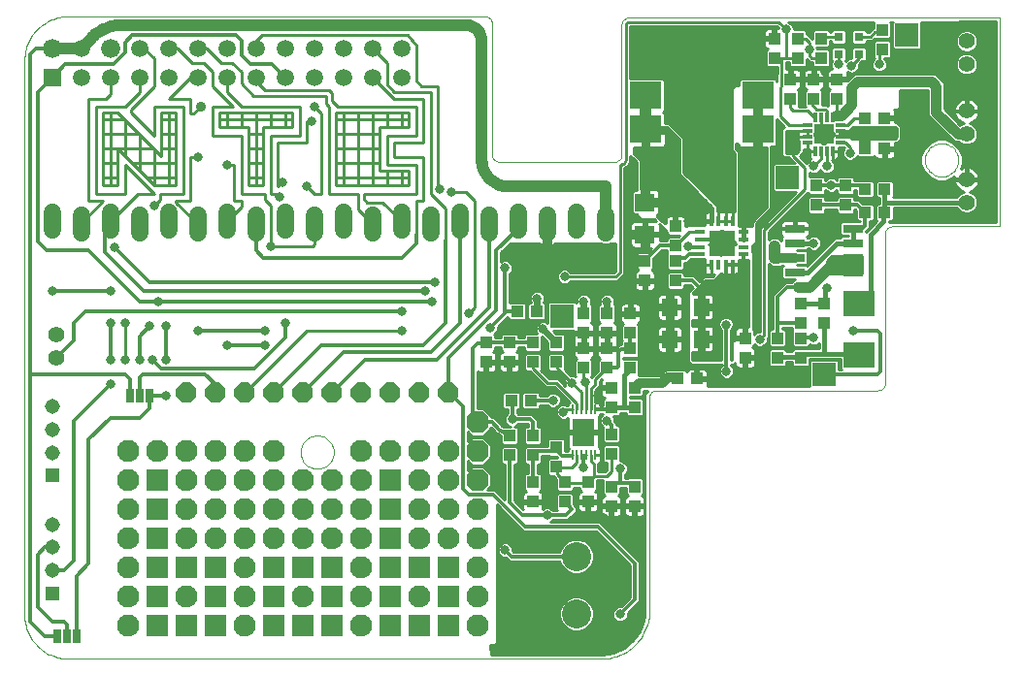
<source format=gtl>
G75*
G70*
%OFA0B0*%
%FSLAX24Y24*%
%IPPOS*%
%LPD*%
%AMOC8*
5,1,8,0,0,1.08239X$1,22.5*
%
%ADD10C,0.0000*%
%ADD11R,0.0594X0.0594*%
%ADD12C,0.0660*%
%ADD13C,0.0594*%
%ADD14R,0.0394X0.0433*%
%ADD15R,0.0433X0.0394*%
%ADD16R,0.0709X0.0630*%
%ADD17R,0.0315X0.0315*%
%ADD18C,0.0560*%
%ADD19R,0.0515X0.0515*%
%ADD20C,0.0515*%
%ADD21C,0.0600*%
%ADD22R,0.1080X0.0850*%
%ADD23R,0.0701X0.0283*%
%ADD24OC8,0.0700*%
%ADD25R,0.0100X0.0320*%
%ADD26R,0.0770X0.0960*%
%ADD27R,0.0320X0.0120*%
%ADD28R,0.0120X0.0320*%
%ADD29R,0.0670X0.0670*%
%ADD30R,0.0380X0.0150*%
%ADD31R,0.0150X0.0380*%
%ADD32R,0.0850X0.0850*%
%ADD33R,0.0551X0.0630*%
%ADD34R,0.1102X0.0965*%
%ADD35C,0.1000*%
%ADD36R,0.0800X0.0800*%
%ADD37R,0.0250X0.0500*%
%ADD38C,0.0100*%
%ADD39C,0.0356*%
%ADD40C,0.0320*%
%ADD41C,0.0120*%
%ADD42C,0.0160*%
%ADD43C,0.0320*%
%ADD44C,0.0400*%
%ADD45C,0.0110*%
%ADD46C,0.0317*%
%ADD47C,0.0240*%
%ADD48C,0.0760*%
%ADD49R,0.0760X0.0760*%
%ADD50C,0.0350*%
%ADD51OC8,0.0760*%
%ADD52C,0.0360*%
%ADD53C,0.0360*%
D10*
X006865Y002944D02*
X006873Y022025D01*
X006875Y022101D01*
X006881Y022176D01*
X006890Y022252D01*
X006904Y022326D01*
X006921Y022400D01*
X006942Y022473D01*
X006967Y022545D01*
X006995Y022616D01*
X007026Y022685D01*
X007062Y022752D01*
X007100Y022818D01*
X007142Y022881D01*
X007187Y022942D01*
X007235Y023001D01*
X007286Y023058D01*
X007340Y023111D01*
X007396Y023162D01*
X007455Y023210D01*
X007516Y023255D01*
X007580Y023297D01*
X007645Y023336D01*
X007712Y023371D01*
X007782Y023402D01*
X007852Y023431D01*
X007924Y023455D01*
X007997Y023476D01*
X008071Y023493D01*
X008146Y023507D01*
X008221Y023516D01*
X008297Y023522D01*
X008373Y023524D01*
X022674Y023524D01*
X022704Y023522D01*
X022734Y023517D01*
X022763Y023508D01*
X022790Y023495D01*
X022816Y023480D01*
X022840Y023461D01*
X022861Y023440D01*
X022880Y023416D01*
X022895Y023390D01*
X022908Y023363D01*
X022917Y023334D01*
X022922Y023304D01*
X022924Y023274D01*
X022924Y018774D01*
X022926Y018744D01*
X022931Y018714D01*
X022940Y018685D01*
X022953Y018658D01*
X022968Y018632D01*
X022987Y018608D01*
X023008Y018587D01*
X023032Y018568D01*
X023058Y018553D01*
X023085Y018540D01*
X023114Y018531D01*
X023144Y018526D01*
X023174Y018524D01*
X027124Y018524D01*
X027154Y018526D01*
X027184Y018531D01*
X027213Y018540D01*
X027240Y018553D01*
X027266Y018568D01*
X027290Y018587D01*
X027311Y018608D01*
X027330Y018632D01*
X027345Y018658D01*
X027358Y018685D01*
X027367Y018714D01*
X027372Y018744D01*
X027374Y018774D01*
X027374Y023225D01*
X027376Y023255D01*
X027381Y023285D01*
X027390Y023314D01*
X027403Y023341D01*
X027418Y023367D01*
X027437Y023391D01*
X027458Y023412D01*
X027482Y023431D01*
X027508Y023446D01*
X027535Y023459D01*
X027564Y023468D01*
X027594Y023473D01*
X027624Y023475D01*
X040364Y023484D01*
X040364Y016304D01*
X036674Y016304D01*
X036644Y016302D01*
X036614Y016297D01*
X036585Y016288D01*
X036558Y016275D01*
X036532Y016260D01*
X036508Y016241D01*
X036487Y016220D01*
X036468Y016196D01*
X036453Y016170D01*
X036440Y016143D01*
X036431Y016114D01*
X036426Y016084D01*
X036424Y016054D01*
X036424Y010914D01*
X036422Y010884D01*
X036417Y010854D01*
X036408Y010825D01*
X036395Y010798D01*
X036380Y010772D01*
X036361Y010748D01*
X036340Y010727D01*
X036316Y010708D01*
X036290Y010693D01*
X036263Y010680D01*
X036234Y010671D01*
X036204Y010666D01*
X036174Y010664D01*
X028574Y010664D01*
X028544Y010662D01*
X028514Y010657D01*
X028485Y010648D01*
X028458Y010635D01*
X028432Y010620D01*
X028408Y010601D01*
X028387Y010580D01*
X028368Y010556D01*
X028353Y010530D01*
X028340Y010503D01*
X028331Y010474D01*
X028326Y010444D01*
X028324Y010414D01*
X028324Y002944D01*
X028314Y002865D01*
X028301Y002786D01*
X028283Y002708D01*
X028262Y002631D01*
X028237Y002555D01*
X028209Y002480D01*
X028177Y002407D01*
X028142Y002335D01*
X028103Y002265D01*
X028061Y002197D01*
X028016Y002132D01*
X027967Y002068D01*
X027916Y002007D01*
X027862Y001948D01*
X027805Y001892D01*
X027746Y001838D01*
X027684Y001788D01*
X027619Y001740D01*
X027553Y001696D01*
X027484Y001655D01*
X027414Y001617D01*
X027342Y001582D01*
X027268Y001551D01*
X027193Y001524D01*
X027117Y001500D01*
X027040Y001480D01*
X026961Y001463D01*
X026883Y001451D01*
X026803Y001442D01*
X026723Y001436D01*
X026644Y001435D01*
X026564Y001437D01*
X026484Y001444D01*
X008365Y001444D01*
X008289Y001446D01*
X008213Y001452D01*
X008138Y001461D01*
X008063Y001475D01*
X007989Y001492D01*
X007916Y001513D01*
X007844Y001537D01*
X007774Y001566D01*
X007705Y001597D01*
X007637Y001632D01*
X007572Y001671D01*
X007508Y001713D01*
X007447Y001758D01*
X007388Y001806D01*
X007332Y001857D01*
X007278Y001910D01*
X007227Y001967D01*
X007179Y002026D01*
X007134Y002087D01*
X007092Y002150D01*
X007054Y002216D01*
X007018Y002283D01*
X006987Y002352D01*
X006958Y002423D01*
X006934Y002495D01*
X006913Y002568D01*
X006896Y002642D01*
X006882Y002716D01*
X006873Y002792D01*
X006867Y002868D01*
X006865Y002944D01*
X016347Y008543D02*
X016349Y008590D01*
X016355Y008637D01*
X016364Y008683D01*
X016378Y008728D01*
X016395Y008772D01*
X016416Y008815D01*
X016440Y008855D01*
X016467Y008894D01*
X016498Y008930D01*
X016531Y008963D01*
X016567Y008994D01*
X016606Y009021D01*
X016646Y009045D01*
X016689Y009066D01*
X016733Y009083D01*
X016778Y009097D01*
X016824Y009106D01*
X016871Y009112D01*
X016918Y009114D01*
X016965Y009112D01*
X017012Y009106D01*
X017058Y009097D01*
X017103Y009083D01*
X017147Y009066D01*
X017190Y009045D01*
X017230Y009021D01*
X017269Y008994D01*
X017305Y008963D01*
X017338Y008930D01*
X017369Y008894D01*
X017396Y008855D01*
X017420Y008815D01*
X017441Y008772D01*
X017458Y008728D01*
X017472Y008683D01*
X017481Y008637D01*
X017487Y008590D01*
X017489Y008543D01*
X017487Y008496D01*
X017481Y008449D01*
X017472Y008403D01*
X017458Y008358D01*
X017441Y008314D01*
X017420Y008271D01*
X017396Y008231D01*
X017369Y008192D01*
X017338Y008156D01*
X017305Y008123D01*
X017269Y008092D01*
X017230Y008065D01*
X017190Y008041D01*
X017147Y008020D01*
X017103Y008003D01*
X017058Y007989D01*
X017012Y007980D01*
X016965Y007974D01*
X016918Y007972D01*
X016871Y007974D01*
X016824Y007980D01*
X016778Y007989D01*
X016733Y008003D01*
X016689Y008020D01*
X016646Y008041D01*
X016606Y008065D01*
X016567Y008092D01*
X016531Y008123D01*
X016498Y008156D01*
X016467Y008192D01*
X016440Y008231D01*
X016416Y008271D01*
X016395Y008314D01*
X016378Y008358D01*
X016364Y008403D01*
X016355Y008449D01*
X016349Y008496D01*
X016347Y008543D01*
X037792Y018586D02*
X037794Y018633D01*
X037800Y018680D01*
X037809Y018726D01*
X037823Y018771D01*
X037840Y018815D01*
X037861Y018858D01*
X037885Y018898D01*
X037912Y018937D01*
X037943Y018973D01*
X037976Y019006D01*
X038012Y019037D01*
X038051Y019064D01*
X038091Y019088D01*
X038134Y019109D01*
X038178Y019126D01*
X038223Y019140D01*
X038269Y019149D01*
X038316Y019155D01*
X038363Y019157D01*
X038410Y019155D01*
X038457Y019149D01*
X038503Y019140D01*
X038548Y019126D01*
X038592Y019109D01*
X038635Y019088D01*
X038675Y019064D01*
X038714Y019037D01*
X038750Y019006D01*
X038783Y018973D01*
X038814Y018937D01*
X038841Y018898D01*
X038865Y018858D01*
X038886Y018815D01*
X038903Y018771D01*
X038917Y018726D01*
X038926Y018680D01*
X038932Y018633D01*
X038934Y018586D01*
X038932Y018539D01*
X038926Y018492D01*
X038917Y018446D01*
X038903Y018401D01*
X038886Y018357D01*
X038865Y018314D01*
X038841Y018274D01*
X038814Y018235D01*
X038783Y018199D01*
X038750Y018166D01*
X038714Y018135D01*
X038675Y018108D01*
X038635Y018084D01*
X038592Y018063D01*
X038548Y018046D01*
X038503Y018032D01*
X038457Y018023D01*
X038410Y018017D01*
X038363Y018015D01*
X038316Y018017D01*
X038269Y018023D01*
X038223Y018032D01*
X038178Y018046D01*
X038134Y018063D01*
X038091Y018084D01*
X038051Y018108D01*
X038012Y018135D01*
X037976Y018166D01*
X037943Y018199D01*
X037912Y018235D01*
X037885Y018274D01*
X037861Y018314D01*
X037840Y018357D01*
X037823Y018401D01*
X037809Y018446D01*
X037800Y018492D01*
X037794Y018539D01*
X037792Y018586D01*
D11*
X007824Y021424D03*
D12*
X007824Y022424D03*
X009824Y022424D03*
D13*
X010824Y022424D03*
X011824Y022424D03*
X012824Y022424D03*
X013824Y022424D03*
X014824Y022424D03*
X015824Y022424D03*
X016824Y022424D03*
X017824Y022424D03*
X018824Y022424D03*
X019824Y022424D03*
X019824Y021424D03*
X018824Y021424D03*
X017824Y021424D03*
X016824Y021424D03*
X015824Y021424D03*
X014824Y021424D03*
X013824Y021424D03*
X012824Y021424D03*
X011824Y021424D03*
X010824Y021424D03*
X009824Y021424D03*
X008824Y021424D03*
X008824Y022424D03*
D14*
X022724Y012309D03*
X022724Y011640D03*
X023524Y011640D03*
X024324Y011640D03*
X024324Y012309D03*
X023524Y012309D03*
X025124Y012309D03*
X025124Y011640D03*
X026074Y011440D03*
X026074Y012109D03*
X026074Y012640D03*
X026874Y012640D03*
X026874Y012109D03*
X026874Y011440D03*
X027674Y011440D03*
X027674Y012109D03*
X027674Y012640D03*
X027674Y013309D03*
X026874Y013309D03*
X026074Y013309D03*
X028174Y014440D03*
X029224Y014440D03*
X029224Y015109D03*
X029224Y015640D03*
X029224Y016309D03*
X028174Y015109D03*
X031624Y012459D03*
X032724Y012459D03*
X033524Y012459D03*
X033524Y012990D03*
X033524Y013659D03*
X034324Y013659D03*
X034324Y012990D03*
X033524Y011790D03*
X032724Y011790D03*
X031624Y011790D03*
X027824Y010759D03*
X027024Y010759D03*
X027024Y010090D03*
X027824Y010090D03*
X027024Y009159D03*
X027024Y008490D03*
X027024Y007359D03*
X027824Y007359D03*
X027824Y006690D03*
X027024Y006690D03*
X026224Y006840D03*
X026224Y007509D03*
X025424Y007509D03*
X025124Y008040D03*
X024324Y008440D03*
X023524Y008440D03*
X023524Y009109D03*
X024324Y009109D03*
X025124Y008709D03*
X024324Y007509D03*
X024324Y006840D03*
X025424Y006840D03*
X034074Y017040D03*
X034074Y017709D03*
X035074Y017709D03*
X035074Y017040D03*
X034774Y020690D03*
X033974Y020690D03*
X033174Y020690D03*
X033174Y021359D03*
X033424Y022090D03*
X034224Y022090D03*
X033974Y021359D03*
X034774Y021359D03*
X036324Y022390D03*
X036324Y023059D03*
X034224Y022759D03*
X033424Y022759D03*
X032624Y022759D03*
X032624Y022090D03*
D15*
X035739Y020024D03*
X036409Y020024D03*
X036409Y018974D03*
X035739Y018974D03*
X035739Y017574D03*
X036409Y017574D03*
X036409Y016774D03*
X035739Y016774D03*
X029959Y011074D03*
X029289Y011074D03*
X024459Y013374D03*
X023789Y013374D03*
X023589Y010324D03*
X024259Y010324D03*
D16*
X028174Y016023D03*
X028174Y017126D03*
D17*
X034824Y022229D03*
X034824Y022820D03*
X035524Y022820D03*
X035524Y022229D03*
D18*
X039224Y021881D03*
X039224Y022668D03*
X039224Y020268D03*
X039224Y019481D03*
X039224Y017918D03*
X039224Y017131D03*
X007974Y012568D03*
X007974Y011781D03*
D19*
X007824Y007743D03*
X007824Y003693D03*
D20*
X007824Y004481D03*
X007824Y005268D03*
X007824Y006056D03*
X007824Y008531D03*
X007824Y009318D03*
X007824Y010106D03*
D21*
X008824Y016074D02*
X008824Y016674D01*
X007824Y016774D02*
X007824Y016174D01*
X009824Y016174D02*
X009824Y016774D01*
X010824Y016674D02*
X010824Y016074D01*
X011824Y016174D02*
X011824Y016774D01*
X012824Y016674D02*
X012824Y016074D01*
X013824Y016174D02*
X013824Y016774D01*
X014824Y016674D02*
X014824Y016074D01*
X015824Y016174D02*
X015824Y016774D01*
X016824Y016674D02*
X016824Y016074D01*
X017824Y016174D02*
X017824Y016774D01*
X018824Y016674D02*
X018824Y016074D01*
X019824Y016174D02*
X019824Y016774D01*
X020824Y016674D02*
X020824Y016074D01*
X021824Y016174D02*
X021824Y016774D01*
X022824Y016674D02*
X022824Y016074D01*
X023824Y016174D02*
X023824Y016774D01*
X024824Y016674D02*
X024824Y016074D01*
X025824Y016174D02*
X025824Y016774D01*
X026824Y016674D02*
X026824Y016074D01*
D22*
X035524Y013634D03*
X035534Y011894D03*
D23*
X035325Y014724D03*
X035325Y015224D03*
X035325Y015724D03*
X035325Y016224D03*
X033323Y016224D03*
X033323Y015724D03*
X033323Y015224D03*
X033323Y014724D03*
D24*
X021424Y010574D03*
X020424Y010574D03*
X019424Y010574D03*
X018424Y010574D03*
X017424Y010574D03*
X016424Y010574D03*
X015424Y010574D03*
X014424Y010574D03*
X013424Y010574D03*
X012424Y010574D03*
D25*
X025684Y010004D03*
X025834Y010004D03*
X025994Y010004D03*
X026154Y010004D03*
X026314Y010004D03*
X026464Y010004D03*
X026464Y008444D03*
X026314Y008444D03*
X026154Y008444D03*
X025994Y008444D03*
X025834Y008444D03*
X025684Y008444D03*
D26*
X026074Y009224D03*
D27*
X033744Y019174D03*
X033744Y019374D03*
X033744Y019574D03*
X033744Y019774D03*
X034904Y019774D03*
X034904Y019574D03*
X034904Y019374D03*
X034904Y019174D03*
D28*
X034624Y018894D03*
X034424Y018894D03*
X034224Y018894D03*
X034024Y018894D03*
X034024Y020054D03*
X034224Y020054D03*
X034424Y020054D03*
X034624Y020054D03*
D29*
X034324Y019474D03*
D30*
X031574Y016104D03*
X031574Y015854D03*
X031574Y015594D03*
X031574Y015344D03*
X030074Y015344D03*
X030074Y015594D03*
X030074Y015854D03*
X030074Y016104D03*
D31*
X030444Y016474D03*
X030694Y016474D03*
X030954Y016474D03*
X031204Y016474D03*
X031204Y014974D03*
X030954Y014974D03*
X030694Y014974D03*
X030444Y014974D03*
D32*
X030824Y015724D03*
D33*
X030125Y013524D03*
X029023Y013524D03*
X029023Y012424D03*
X030125Y012424D03*
D34*
X032053Y019644D03*
X032053Y020805D03*
X028195Y020805D03*
X028195Y019644D03*
D35*
X025824Y004959D03*
X025824Y002990D03*
D36*
X034324Y011224D03*
X025324Y013224D03*
X033074Y017974D03*
X037174Y022874D03*
D37*
X011144Y010474D03*
X010824Y010474D03*
X010504Y010474D03*
X008644Y002224D03*
X008324Y002224D03*
X008004Y002224D03*
D38*
X022093Y007923D02*
X022084Y007996D01*
X022084Y008236D01*
X022225Y008094D01*
X022623Y008094D01*
X022904Y008376D01*
X022904Y008773D01*
X022623Y009054D01*
X022225Y009054D01*
X022084Y008913D01*
X022084Y009236D01*
X022225Y009094D01*
X022623Y009094D01*
X022900Y009372D01*
X023028Y009245D01*
X023032Y009224D01*
X023073Y009199D01*
X023106Y009166D01*
X023127Y009166D01*
X023227Y009104D01*
X023227Y008851D01*
X023286Y008793D01*
X023762Y008793D01*
X023821Y008851D01*
X023821Y009367D01*
X023762Y009426D01*
X023703Y009426D01*
X023771Y009454D01*
X023832Y009514D01*
X024158Y009514D01*
X024164Y009508D01*
X024164Y009426D01*
X024086Y009426D01*
X024027Y009367D01*
X024027Y008851D01*
X024086Y008793D01*
X024562Y008793D01*
X024621Y008851D01*
X024621Y009367D01*
X024562Y009426D01*
X024484Y009426D01*
X024484Y009641D01*
X024390Y009734D01*
X024384Y009741D01*
X024290Y009834D01*
X023832Y009834D01*
X023784Y009882D01*
X023784Y010028D01*
X023847Y010028D01*
X023906Y010086D01*
X023906Y010563D01*
X023847Y010621D01*
X023331Y010621D01*
X023273Y010563D01*
X023273Y010086D01*
X023331Y010028D01*
X023464Y010028D01*
X023464Y009882D01*
X023403Y009822D01*
X023364Y009726D01*
X023364Y009623D01*
X023403Y009527D01*
X023477Y009454D01*
X023545Y009426D01*
X023315Y009426D01*
X023273Y009452D01*
X023084Y009641D01*
X022990Y009734D01*
X022904Y009734D01*
X022904Y009773D01*
X022623Y010054D01*
X022434Y010054D01*
X022434Y011304D01*
X022435Y011303D01*
X022469Y011283D01*
X022507Y011273D01*
X022675Y011273D01*
X022675Y011591D01*
X022772Y011591D01*
X022772Y011273D01*
X022941Y011273D01*
X022979Y011283D01*
X023013Y011303D01*
X023041Y011331D01*
X023061Y011365D01*
X023071Y011403D01*
X023071Y011591D01*
X022772Y011591D01*
X022772Y011688D01*
X023071Y011688D01*
X023071Y011876D01*
X023061Y011914D01*
X023041Y011948D01*
X023013Y011976D01*
X022979Y011996D01*
X022968Y011999D01*
X023021Y012051D01*
X023021Y012149D01*
X023227Y012149D01*
X023227Y012051D01*
X023279Y011999D01*
X023269Y011996D01*
X023235Y011976D01*
X023207Y011948D01*
X023187Y011914D01*
X023177Y011876D01*
X023177Y011688D01*
X023475Y011688D01*
X023475Y011591D01*
X023177Y011591D01*
X023177Y011403D01*
X023187Y011365D01*
X023207Y011331D01*
X023235Y011303D01*
X023269Y011283D01*
X023307Y011273D01*
X023475Y011273D01*
X023475Y011591D01*
X023572Y011591D01*
X023572Y011273D01*
X023741Y011273D01*
X023779Y011283D01*
X023813Y011303D01*
X023841Y011331D01*
X023861Y011365D01*
X023871Y011403D01*
X023871Y011591D01*
X023572Y011591D01*
X023572Y011688D01*
X023871Y011688D01*
X023871Y011876D01*
X023861Y011914D01*
X023841Y011948D01*
X023813Y011976D01*
X023779Y011996D01*
X023768Y011999D01*
X023821Y012051D01*
X023821Y012149D01*
X024027Y012149D01*
X024027Y012051D01*
X024086Y011993D01*
X024562Y011993D01*
X024621Y012051D01*
X024621Y012515D01*
X024622Y012514D01*
X024623Y012514D01*
X024827Y012310D01*
X024827Y012051D01*
X024886Y011993D01*
X025362Y011993D01*
X025421Y012051D01*
X025421Y012567D01*
X025362Y012626D01*
X025134Y012626D01*
X025035Y012724D01*
X025727Y012724D01*
X025727Y012688D01*
X026025Y012688D01*
X026025Y012591D01*
X025727Y012591D01*
X025727Y012403D01*
X025735Y012374D01*
X025727Y012345D01*
X025727Y012157D01*
X026025Y012157D01*
X026025Y012061D01*
X025727Y012061D01*
X025727Y011873D01*
X025737Y011835D01*
X025757Y011800D01*
X025785Y011772D01*
X025819Y011753D01*
X025829Y011750D01*
X025777Y011698D01*
X025777Y011182D01*
X025810Y011148D01*
X025725Y011184D01*
X025625Y011184D01*
X025421Y011389D01*
X025421Y011898D01*
X025362Y011956D01*
X024886Y011956D01*
X024827Y011898D01*
X024827Y011382D01*
X024886Y011323D01*
X025051Y011323D01*
X025080Y011305D01*
X025413Y010972D01*
X025413Y010872D01*
X025431Y010829D01*
X025186Y011074D01*
X024886Y011074D01*
X024600Y011361D01*
X024621Y011382D01*
X024621Y011898D01*
X024562Y011956D01*
X024086Y011956D01*
X024027Y011898D01*
X024027Y011382D01*
X024086Y011323D01*
X024213Y011323D01*
X024762Y010774D01*
X025062Y010774D01*
X025582Y010254D01*
X025534Y010206D01*
X025534Y010154D01*
X025498Y010154D01*
X025426Y010184D01*
X025322Y010184D01*
X025227Y010145D01*
X025153Y010072D01*
X025114Y009976D01*
X025114Y009873D01*
X025153Y009777D01*
X025227Y009704D01*
X025322Y009664D01*
X025426Y009664D01*
X025521Y009704D01*
X025539Y009722D01*
X025539Y009274D01*
X026024Y009274D01*
X026024Y009174D01*
X025539Y009174D01*
X025539Y008725D01*
X025549Y008687D01*
X025558Y008670D01*
X025534Y008646D01*
X025534Y008584D01*
X025421Y008584D01*
X025421Y008967D01*
X025362Y009026D01*
X024886Y009026D01*
X024827Y008967D01*
X024827Y008734D01*
X024584Y008734D01*
X024562Y008756D01*
X024086Y008756D01*
X024027Y008698D01*
X024027Y008182D01*
X024086Y008123D01*
X024164Y008123D01*
X024164Y007826D01*
X024086Y007826D01*
X024027Y007767D01*
X024027Y007251D01*
X024079Y007199D01*
X024069Y007196D01*
X024035Y007176D01*
X024007Y007148D01*
X023987Y007114D01*
X023977Y007076D01*
X023977Y006888D01*
X024275Y006888D01*
X024275Y006791D01*
X023977Y006791D01*
X023977Y006603D01*
X023979Y006595D01*
X023684Y006891D01*
X023684Y008123D01*
X023762Y008123D01*
X023821Y008182D01*
X023821Y008698D01*
X023762Y008756D01*
X023286Y008756D01*
X023227Y008698D01*
X023227Y008182D01*
X023286Y008123D01*
X023364Y008123D01*
X023364Y006911D01*
X023134Y007141D01*
X023040Y007234D01*
X022763Y007234D01*
X022904Y007376D01*
X022904Y007773D01*
X022623Y008054D01*
X022225Y008054D01*
X022093Y007923D01*
X022087Y007975D02*
X022146Y007975D01*
X022084Y008074D02*
X023364Y008074D01*
X023364Y007975D02*
X022702Y007975D01*
X022800Y007877D02*
X023364Y007877D01*
X023364Y007778D02*
X022899Y007778D01*
X022904Y007680D02*
X023364Y007680D01*
X023364Y007581D02*
X022904Y007581D01*
X022904Y007483D02*
X023364Y007483D01*
X023364Y007384D02*
X022904Y007384D01*
X022814Y007286D02*
X023364Y007286D01*
X023364Y007187D02*
X023087Y007187D01*
X023186Y007089D02*
X023364Y007089D01*
X023364Y006990D02*
X023284Y006990D01*
X023084Y006738D02*
X024008Y005814D01*
X026508Y005814D01*
X027664Y004658D01*
X027664Y003541D01*
X027358Y003234D01*
X027272Y003234D01*
X027177Y003195D01*
X027103Y003122D01*
X027064Y003026D01*
X027064Y002923D01*
X027103Y002827D01*
X027177Y002754D01*
X027272Y002714D01*
X027376Y002714D01*
X027471Y002754D01*
X027544Y002827D01*
X027584Y002923D01*
X027584Y003008D01*
X027984Y003408D01*
X027984Y004791D01*
X027890Y004884D01*
X026640Y006134D01*
X024924Y006134D01*
X024971Y006154D01*
X025032Y006214D01*
X025540Y006214D01*
X025634Y006308D01*
X025785Y006460D01*
X025832Y006503D01*
X025832Y006506D01*
X025834Y006508D01*
X025834Y006572D01*
X025836Y006636D01*
X025834Y006638D01*
X025834Y006641D01*
X025789Y006686D01*
X025721Y006758D01*
X025721Y007098D01*
X025662Y007156D01*
X025186Y007156D01*
X025127Y007098D01*
X025127Y006582D01*
X025174Y006534D01*
X025032Y006534D01*
X024971Y006595D01*
X024876Y006634D01*
X024772Y006634D01*
X024677Y006595D01*
X024665Y006584D01*
X024671Y006603D01*
X024671Y006791D01*
X024372Y006791D01*
X024372Y006888D01*
X024671Y006888D01*
X024671Y007076D01*
X024661Y007114D01*
X024641Y007148D01*
X024613Y007176D01*
X024579Y007196D01*
X024568Y007199D01*
X024621Y007251D01*
X024621Y007767D01*
X024562Y007826D01*
X024484Y007826D01*
X024484Y008123D01*
X024562Y008123D01*
X024621Y008182D01*
X024621Y008414D01*
X024864Y008414D01*
X024886Y008393D01*
X025130Y008393D01*
X025164Y008358D01*
X025166Y008356D01*
X024886Y008356D01*
X024827Y008298D01*
X024827Y007782D01*
X024886Y007723D01*
X025024Y007723D01*
X025024Y007712D01*
X025112Y007624D01*
X025127Y007609D01*
X025127Y007251D01*
X025186Y007193D01*
X025662Y007193D01*
X025721Y007251D01*
X025721Y007324D01*
X025927Y007324D01*
X025927Y007251D01*
X025979Y007199D01*
X025969Y007196D01*
X025935Y007176D01*
X025907Y007148D01*
X025887Y007114D01*
X025877Y007076D01*
X025877Y006888D01*
X026175Y006888D01*
X026175Y006791D01*
X025877Y006791D01*
X025877Y006603D01*
X025887Y006565D01*
X025907Y006531D01*
X025935Y006503D01*
X025969Y006483D01*
X026007Y006473D01*
X026175Y006473D01*
X026175Y006791D01*
X026272Y006791D01*
X026272Y006473D01*
X026441Y006473D01*
X026479Y006483D01*
X026513Y006503D01*
X026541Y006531D01*
X026561Y006565D01*
X026571Y006603D01*
X026571Y006791D01*
X026272Y006791D01*
X026272Y006888D01*
X026571Y006888D01*
X026571Y007076D01*
X026561Y007114D01*
X026541Y007148D01*
X026513Y007176D01*
X026479Y007196D01*
X026468Y007199D01*
X026521Y007251D01*
X026521Y007574D01*
X026727Y007574D01*
X026727Y007101D01*
X026779Y007049D01*
X026769Y007046D01*
X026735Y007026D01*
X026707Y006998D01*
X026687Y006964D01*
X026677Y006926D01*
X026677Y006738D01*
X026975Y006738D01*
X026975Y006641D01*
X026677Y006641D01*
X026677Y006453D01*
X026687Y006415D01*
X026707Y006381D01*
X026735Y006353D01*
X026769Y006333D01*
X026807Y006323D01*
X026975Y006323D01*
X026975Y006641D01*
X027072Y006641D01*
X027072Y006323D01*
X027241Y006323D01*
X027279Y006333D01*
X027313Y006353D01*
X027341Y006381D01*
X027361Y006415D01*
X027371Y006453D01*
X027371Y006641D01*
X027072Y006641D01*
X027072Y006738D01*
X027371Y006738D01*
X027371Y006926D01*
X027361Y006964D01*
X027341Y006998D01*
X027313Y007026D01*
X027279Y007046D01*
X027268Y007049D01*
X027321Y007101D01*
X027321Y007314D01*
X027527Y007314D01*
X027527Y007101D01*
X027579Y007049D01*
X027569Y007046D01*
X027535Y007026D01*
X027507Y006998D01*
X027487Y006964D01*
X027477Y006926D01*
X027477Y006738D01*
X027775Y006738D01*
X027775Y006641D01*
X027477Y006641D01*
X027477Y006453D01*
X027487Y006415D01*
X027507Y006381D01*
X027535Y006353D01*
X027569Y006333D01*
X027607Y006323D01*
X027775Y006323D01*
X027775Y006641D01*
X027872Y006641D01*
X027872Y006323D01*
X028041Y006323D01*
X028079Y006333D01*
X028113Y006353D01*
X028141Y006381D01*
X028161Y006415D01*
X028171Y006453D01*
X028171Y006641D01*
X027872Y006641D01*
X027872Y006738D01*
X028171Y006738D01*
X028171Y006926D01*
X028161Y006964D01*
X028141Y006998D01*
X028113Y007026D01*
X028079Y007046D01*
X028068Y007049D01*
X028121Y007101D01*
X028121Y007617D01*
X028062Y007676D01*
X027586Y007676D01*
X027544Y007634D01*
X027484Y007634D01*
X027484Y007767D01*
X027544Y007827D01*
X027584Y007923D01*
X027584Y008026D01*
X027544Y008122D01*
X027471Y008195D01*
X027376Y008234D01*
X027321Y008234D01*
X027321Y008748D01*
X027262Y008806D01*
X026786Y008806D01*
X026727Y008748D01*
X026727Y008232D01*
X026786Y008173D01*
X026874Y008173D01*
X026874Y007937D01*
X026812Y007874D01*
X026574Y007874D01*
X026574Y008146D01*
X026606Y008164D01*
X026634Y008192D01*
X026654Y008227D01*
X026664Y008265D01*
X026664Y008444D01*
X026464Y008444D01*
X026464Y008444D01*
X026664Y008444D01*
X026664Y008624D01*
X026654Y008662D01*
X026634Y008697D01*
X026608Y008722D01*
X026609Y008725D01*
X026609Y009174D01*
X026124Y009174D01*
X026124Y009274D01*
X026609Y009274D01*
X026609Y009724D01*
X026599Y009762D01*
X026589Y009778D01*
X026614Y009803D01*
X026614Y009844D01*
X026726Y009844D01*
X026653Y009772D01*
X026614Y009676D01*
X026614Y009573D01*
X026653Y009477D01*
X026727Y009404D01*
X026727Y008901D01*
X026786Y008843D01*
X027262Y008843D01*
X027321Y008901D01*
X027321Y009417D01*
X027262Y009476D01*
X027184Y009476D01*
X027184Y009541D01*
X027134Y009591D01*
X027134Y009676D01*
X027094Y009772D01*
X027093Y009773D01*
X027262Y009773D01*
X027321Y009832D01*
X027321Y009894D01*
X027527Y009894D01*
X027527Y009832D01*
X027586Y009773D01*
X028062Y009773D01*
X028121Y009832D01*
X028121Y010348D01*
X028062Y010406D01*
X027654Y010406D01*
X027654Y010443D01*
X028062Y010443D01*
X028121Y010501D01*
X028121Y010664D01*
X028256Y010664D01*
X028174Y010522D01*
X028174Y002955D01*
X028141Y002762D01*
X028000Y002389D01*
X027766Y002066D01*
X027457Y001814D01*
X027093Y001650D01*
X026699Y001586D01*
X026549Y001592D01*
X026546Y001594D01*
X026492Y001594D01*
X026437Y001600D01*
X026431Y001594D01*
X022902Y001594D01*
X022861Y001914D01*
X023019Y001914D01*
X023084Y001979D01*
X023084Y006738D01*
X023084Y006695D02*
X023127Y006695D01*
X023084Y006596D02*
X023226Y006596D01*
X023324Y006498D02*
X023084Y006498D01*
X023084Y006399D02*
X023423Y006399D01*
X023521Y006301D02*
X023084Y006301D01*
X023084Y006202D02*
X023620Y006202D01*
X023718Y006104D02*
X023084Y006104D01*
X023084Y006005D02*
X023817Y006005D01*
X023915Y005907D02*
X023084Y005907D01*
X023084Y005808D02*
X026514Y005808D01*
X026612Y005710D02*
X023084Y005710D01*
X023084Y005611D02*
X026711Y005611D01*
X026809Y005513D02*
X026054Y005513D01*
X026164Y005467D02*
X025943Y005559D01*
X025705Y005559D01*
X025484Y005467D01*
X025315Y005299D01*
X025241Y005119D01*
X023656Y005119D01*
X023634Y005141D01*
X023634Y005226D01*
X023594Y005322D01*
X023521Y005395D01*
X023426Y005434D01*
X023322Y005434D01*
X023227Y005395D01*
X023153Y005322D01*
X023114Y005226D01*
X023114Y005123D01*
X023153Y005027D01*
X023227Y004954D01*
X023322Y004914D01*
X023408Y004914D01*
X023523Y004799D01*
X025241Y004799D01*
X025315Y004619D01*
X025484Y004450D01*
X025705Y004359D01*
X025943Y004359D01*
X026164Y004450D01*
X026333Y004619D01*
X026424Y004839D01*
X026424Y005078D01*
X026333Y005299D01*
X026164Y005467D01*
X026217Y005414D02*
X026908Y005414D01*
X027006Y005316D02*
X026315Y005316D01*
X026366Y005217D02*
X027105Y005217D01*
X027203Y005119D02*
X026407Y005119D01*
X026424Y005020D02*
X027302Y005020D01*
X027400Y004922D02*
X026424Y004922D01*
X026417Y004823D02*
X027499Y004823D01*
X027597Y004725D02*
X026377Y004725D01*
X026336Y004626D02*
X027664Y004626D01*
X027664Y004528D02*
X026242Y004528D01*
X026114Y004429D02*
X027664Y004429D01*
X027664Y004331D02*
X023084Y004331D01*
X023084Y004429D02*
X025534Y004429D01*
X025406Y004528D02*
X023084Y004528D01*
X023084Y004626D02*
X025312Y004626D01*
X025271Y004725D02*
X023084Y004725D01*
X023084Y004823D02*
X023499Y004823D01*
X023304Y004922D02*
X023084Y004922D01*
X023084Y005020D02*
X023160Y005020D01*
X023115Y005119D02*
X023084Y005119D01*
X023084Y005217D02*
X023114Y005217D01*
X023084Y005316D02*
X023151Y005316D01*
X023084Y005414D02*
X023274Y005414D01*
X023474Y005414D02*
X025431Y005414D01*
X025333Y005316D02*
X023597Y005316D01*
X023634Y005217D02*
X025282Y005217D01*
X025241Y005119D02*
X023656Y005119D01*
X023084Y005513D02*
X025594Y005513D01*
X025627Y006301D02*
X028174Y006301D01*
X028174Y006399D02*
X028151Y006399D01*
X028171Y006498D02*
X028174Y006498D01*
X028171Y006596D02*
X028174Y006596D01*
X028174Y006695D02*
X027872Y006695D01*
X027775Y006695D02*
X027072Y006695D01*
X026975Y006695D02*
X026571Y006695D01*
X026569Y006596D02*
X026677Y006596D01*
X026677Y006498D02*
X026504Y006498D01*
X026696Y006399D02*
X025725Y006399D01*
X025826Y006498D02*
X025944Y006498D01*
X025879Y006596D02*
X025835Y006596D01*
X025877Y006695D02*
X025780Y006695D01*
X025721Y006793D02*
X026175Y006793D01*
X026272Y006793D02*
X026677Y006793D01*
X026677Y006892D02*
X026571Y006892D01*
X026571Y006990D02*
X026702Y006990D01*
X026739Y007089D02*
X026567Y007089D01*
X026494Y007187D02*
X026727Y007187D01*
X026727Y007286D02*
X026521Y007286D01*
X026521Y007384D02*
X026727Y007384D01*
X026727Y007483D02*
X026521Y007483D01*
X026424Y007709D02*
X026224Y007509D01*
X026189Y007474D01*
X025424Y007474D01*
X025424Y007509D01*
X025424Y007524D01*
X025174Y007774D01*
X025174Y007990D01*
X025124Y008040D01*
X025139Y008024D01*
X025674Y008024D01*
X025834Y008184D01*
X025834Y008444D01*
X025684Y008444D02*
X025664Y008424D01*
X025553Y008665D02*
X025421Y008665D01*
X025421Y008763D02*
X025539Y008763D01*
X025539Y008862D02*
X025421Y008862D01*
X025421Y008960D02*
X025539Y008960D01*
X025539Y009059D02*
X024621Y009059D01*
X024621Y009157D02*
X025539Y009157D01*
X025539Y009354D02*
X024621Y009354D01*
X024621Y009256D02*
X026024Y009256D01*
X026124Y009256D02*
X026727Y009256D01*
X026727Y009354D02*
X026609Y009354D01*
X026609Y009453D02*
X026678Y009453D01*
X026727Y009404D02*
X026727Y009404D01*
X026623Y009551D02*
X026609Y009551D01*
X026609Y009650D02*
X026614Y009650D01*
X026602Y009748D02*
X026644Y009748D01*
X026494Y010004D02*
X026464Y010004D01*
X026314Y010004D02*
X026314Y010714D01*
X026474Y010874D01*
X026474Y011040D01*
X026874Y011440D01*
X026839Y011440D01*
X026577Y011423D02*
X026371Y011423D01*
X026371Y011521D02*
X026577Y011521D01*
X026577Y011620D02*
X026371Y011620D01*
X026371Y011698D02*
X026318Y011750D01*
X026329Y011753D01*
X026363Y011772D01*
X026391Y011800D01*
X026411Y011835D01*
X026421Y011873D01*
X026421Y012061D01*
X026122Y012061D01*
X026122Y012157D01*
X026421Y012157D01*
X026421Y012345D01*
X026413Y012374D01*
X026421Y012403D01*
X026421Y012591D01*
X026122Y012591D01*
X026122Y012273D01*
X026122Y012157D01*
X026025Y012157D01*
X026025Y012591D01*
X026122Y012591D01*
X026122Y012688D01*
X026421Y012688D01*
X026421Y012876D01*
X026411Y012914D01*
X026391Y012948D01*
X026363Y012976D01*
X026329Y012996D01*
X026318Y012999D01*
X026371Y013051D01*
X026371Y013567D01*
X026314Y013624D01*
X026334Y013673D01*
X026334Y013776D01*
X026294Y013872D01*
X026221Y013945D01*
X026126Y013984D01*
X026022Y013984D01*
X025927Y013945D01*
X025853Y013872D01*
X025814Y013776D01*
X025814Y013676D01*
X025765Y013724D01*
X024882Y013724D01*
X024824Y013666D01*
X024824Y012992D01*
X024821Y012995D01*
X024726Y013034D01*
X024622Y013034D01*
X024527Y012995D01*
X024453Y012922D01*
X024414Y012826D01*
X024414Y012723D01*
X024453Y012627D01*
X024455Y012626D01*
X024086Y012626D01*
X024027Y012567D01*
X024027Y012469D01*
X023821Y012469D01*
X023821Y012567D01*
X023762Y012626D01*
X023286Y012626D01*
X023227Y012567D01*
X023227Y012469D01*
X023021Y012469D01*
X023021Y012567D01*
X022995Y012593D01*
X023021Y012604D01*
X023094Y012677D01*
X023134Y012773D01*
X023134Y012858D01*
X023473Y013197D01*
X023473Y013136D01*
X023531Y013078D01*
X024047Y013078D01*
X024106Y013136D01*
X024106Y013613D01*
X024047Y013671D01*
X023534Y013671D01*
X023534Y014667D01*
X023594Y014727D01*
X023634Y014823D01*
X023634Y014926D01*
X023594Y015022D01*
X023521Y015095D01*
X023426Y015134D01*
X023322Y015134D01*
X023234Y015098D01*
X023234Y015408D01*
X023550Y015724D01*
X024540Y015724D01*
X024588Y015690D01*
X024651Y015657D01*
X024719Y015635D01*
X024774Y015627D01*
X024774Y015724D01*
X024874Y015724D01*
X024874Y015627D01*
X024929Y015635D01*
X024997Y015657D01*
X025060Y015690D01*
X025108Y015724D01*
X026624Y015724D01*
X026744Y015674D01*
X026903Y015674D01*
X027024Y015724D01*
X027174Y015724D01*
X027174Y014787D01*
X027112Y014724D01*
X025642Y014724D01*
X025571Y014795D01*
X025476Y014834D01*
X025372Y014834D01*
X025277Y014795D01*
X025203Y014722D01*
X025164Y014626D01*
X025164Y014523D01*
X025203Y014427D01*
X025277Y014354D01*
X025372Y014314D01*
X025476Y014314D01*
X025571Y014354D01*
X025642Y014424D01*
X027236Y014424D01*
X027474Y014662D01*
X027474Y018307D01*
X027580Y018368D01*
X027580Y018368D01*
X027580Y018368D01*
X027674Y018531D01*
X027674Y018720D01*
X027749Y018644D01*
X027894Y018500D01*
X027894Y017541D01*
X027778Y017541D01*
X027720Y017482D01*
X027720Y016769D01*
X027778Y016711D01*
X027894Y016711D01*
X027894Y016700D01*
X027999Y016594D01*
X028049Y016544D01*
X028499Y016544D01*
X028558Y016485D01*
X028548Y016488D01*
X028224Y016488D01*
X028224Y016073D01*
X028678Y016073D01*
X028678Y016358D01*
X028675Y016368D01*
X028927Y016117D01*
X028927Y016051D01*
X028986Y015993D01*
X029365Y015993D01*
X029328Y015956D01*
X028986Y015956D01*
X028927Y015898D01*
X028927Y015800D01*
X028678Y015800D01*
X028678Y015973D01*
X028224Y015973D01*
X028224Y015558D01*
X028397Y015558D01*
X028264Y015426D01*
X027936Y015426D01*
X027877Y015367D01*
X027877Y014851D01*
X027929Y014799D01*
X027919Y014796D01*
X027885Y014776D01*
X027857Y014748D01*
X027837Y014714D01*
X027827Y014676D01*
X027827Y014488D01*
X028125Y014488D01*
X028125Y014391D01*
X027827Y014391D01*
X027827Y014203D01*
X027837Y014165D01*
X027857Y014131D01*
X027885Y014103D01*
X027919Y014083D01*
X027957Y014073D01*
X028125Y014073D01*
X028125Y014391D01*
X028222Y014391D01*
X028222Y014073D01*
X028391Y014073D01*
X028429Y014083D01*
X028463Y014103D01*
X028491Y014131D01*
X028511Y014165D01*
X028521Y014203D01*
X028521Y014391D01*
X028222Y014391D01*
X028222Y014488D01*
X028521Y014488D01*
X028521Y014676D01*
X028511Y014714D01*
X028491Y014748D01*
X028463Y014776D01*
X028429Y014796D01*
X028418Y014799D01*
X028471Y014851D01*
X028471Y015180D01*
X028771Y015480D01*
X028927Y015480D01*
X028927Y015382D01*
X028934Y015374D01*
X028927Y015367D01*
X028927Y014851D01*
X028986Y014793D01*
X029462Y014793D01*
X029521Y014851D01*
X029521Y015064D01*
X029640Y015064D01*
X029734Y015158D01*
X029760Y015184D01*
X029827Y015184D01*
X029842Y015169D01*
X030219Y015169D01*
X030219Y014974D01*
X030219Y014765D01*
X030229Y014727D01*
X030249Y014692D01*
X030277Y014664D01*
X030311Y014645D01*
X030349Y014634D01*
X030444Y014634D01*
X030539Y014634D01*
X030565Y014641D01*
X030508Y014584D01*
X030208Y014584D01*
X030114Y014491D01*
X030114Y014491D01*
X030049Y014426D01*
X029875Y014600D01*
X029521Y014600D01*
X029521Y014698D01*
X029462Y014756D01*
X028986Y014756D01*
X028927Y014698D01*
X028927Y014182D01*
X028986Y014123D01*
X029462Y014123D01*
X029521Y014182D01*
X029521Y014280D01*
X029742Y014280D01*
X029823Y014199D01*
X029758Y014134D01*
X029664Y014041D01*
X029664Y011658D01*
X029758Y011564D01*
X030814Y011564D01*
X030814Y011532D01*
X030753Y011472D01*
X030714Y011376D01*
X030714Y011273D01*
X030753Y011177D01*
X030827Y011104D01*
X030922Y011064D01*
X031026Y011064D01*
X031121Y011104D01*
X031194Y011177D01*
X031234Y011273D01*
X031234Y011376D01*
X031194Y011472D01*
X031134Y011532D01*
X031134Y011564D01*
X031240Y011564D01*
X031277Y011601D01*
X031277Y011553D01*
X031287Y011515D01*
X031307Y011481D01*
X031335Y011453D01*
X031369Y011433D01*
X031407Y011423D01*
X031575Y011423D01*
X031575Y011741D01*
X031672Y011741D01*
X031672Y011423D01*
X031841Y011423D01*
X031879Y011433D01*
X031913Y011453D01*
X031941Y011481D01*
X031961Y011515D01*
X031971Y011553D01*
X031971Y011741D01*
X031672Y011741D01*
X031672Y011838D01*
X031971Y011838D01*
X031971Y012026D01*
X031961Y012064D01*
X031941Y012098D01*
X031913Y012126D01*
X031879Y012146D01*
X031868Y012149D01*
X031921Y012201D01*
X031921Y012260D01*
X031977Y012204D01*
X032072Y012164D01*
X032176Y012164D01*
X032271Y012204D01*
X032344Y012277D01*
X032384Y012373D01*
X032384Y012472D01*
X032424Y012512D01*
X032424Y015000D01*
X032454Y014970D01*
X032564Y014924D01*
X032784Y014924D01*
X032880Y014964D01*
X032929Y014964D01*
X032872Y014908D01*
X032872Y014541D01*
X032931Y014483D01*
X033316Y014483D01*
X033265Y014462D01*
X033188Y014384D01*
X033008Y014384D01*
X032658Y014034D01*
X032564Y013941D01*
X032564Y012776D01*
X032486Y012776D01*
X032427Y012717D01*
X032427Y012201D01*
X032486Y012143D01*
X032962Y012143D01*
X033021Y012201D01*
X033021Y012717D01*
X032962Y012776D01*
X032884Y012776D01*
X032884Y012814D01*
X033227Y012814D01*
X033227Y012732D01*
X033234Y012724D01*
X033227Y012717D01*
X033227Y012201D01*
X033286Y012143D01*
X033762Y012143D01*
X033821Y012201D01*
X033821Y012260D01*
X033827Y012254D01*
X033922Y012214D01*
X034026Y012214D01*
X034121Y012254D01*
X034144Y012277D01*
X034144Y012104D01*
X033764Y012104D01*
X033762Y012106D01*
X033286Y012106D01*
X033227Y012048D01*
X033227Y012004D01*
X033021Y012004D01*
X033021Y012048D01*
X032962Y012106D01*
X032486Y012106D01*
X032427Y012048D01*
X032427Y011532D01*
X032486Y011473D01*
X032962Y011473D01*
X033021Y011532D01*
X033021Y011644D01*
X033227Y011644D01*
X033227Y011532D01*
X033286Y011473D01*
X033762Y011473D01*
X033821Y011532D01*
X033821Y011744D01*
X034894Y011744D01*
X034894Y011428D01*
X034937Y011384D01*
X034824Y011384D01*
X034824Y011666D01*
X034765Y011724D01*
X033882Y011724D01*
X033824Y011666D01*
X033824Y010814D01*
X030312Y010814D01*
X030315Y010820D01*
X030325Y010858D01*
X030325Y011026D01*
X030007Y011026D01*
X030007Y011123D01*
X029910Y011123D01*
X029910Y011421D01*
X029722Y011421D01*
X029684Y011411D01*
X029650Y011391D01*
X029622Y011363D01*
X029602Y011329D01*
X029600Y011319D01*
X029547Y011371D01*
X029077Y011371D01*
X029045Y011376D01*
X029026Y011384D01*
X028994Y011384D01*
X028964Y011389D01*
X028943Y011384D01*
X028922Y011384D01*
X028893Y011372D01*
X028863Y011365D01*
X028846Y011353D01*
X028827Y011345D01*
X028805Y011323D01*
X028779Y011304D01*
X028768Y011287D01*
X028666Y011184D01*
X027971Y011184D01*
X027971Y011698D01*
X027912Y011756D01*
X027436Y011756D01*
X027434Y011755D01*
X027434Y011794D01*
X027436Y011793D01*
X027912Y011793D01*
X027971Y011851D01*
X027971Y012367D01*
X027963Y012374D01*
X027971Y012382D01*
X027971Y012898D01*
X027918Y012950D01*
X027929Y012953D01*
X027963Y012972D01*
X027991Y013000D01*
X028011Y013035D01*
X028021Y013073D01*
X028021Y013261D01*
X027722Y013261D01*
X027722Y013357D01*
X028021Y013357D01*
X028021Y013545D01*
X028011Y013583D01*
X027991Y013618D01*
X027963Y013646D01*
X027929Y013665D01*
X027891Y013676D01*
X027722Y013676D01*
X027722Y013357D01*
X027625Y013357D01*
X027625Y013261D01*
X027327Y013261D01*
X027327Y013073D01*
X027337Y013035D01*
X027357Y013000D01*
X027385Y012972D01*
X027419Y012953D01*
X027429Y012950D01*
X027377Y012898D01*
X027377Y012382D01*
X027384Y012374D01*
X027377Y012367D01*
X027377Y012234D01*
X027308Y012234D01*
X027214Y012141D01*
X027134Y012061D01*
X026922Y012061D01*
X026922Y012157D01*
X027221Y012157D01*
X027221Y012345D01*
X027213Y012374D01*
X027221Y012403D01*
X027221Y012591D01*
X026922Y012591D01*
X026922Y012476D01*
X026922Y012157D01*
X026825Y012157D01*
X026825Y012061D01*
X026527Y012061D01*
X026527Y011873D01*
X026537Y011835D01*
X026557Y011800D01*
X026585Y011772D01*
X026619Y011753D01*
X026629Y011750D01*
X026577Y011698D01*
X026577Y011355D01*
X026329Y011107D01*
X026312Y011124D01*
X026371Y011182D01*
X026371Y011698D01*
X026350Y011718D02*
X026598Y011718D01*
X026547Y011817D02*
X026400Y011817D01*
X026421Y011915D02*
X026527Y011915D01*
X026527Y012014D02*
X026421Y012014D01*
X026527Y012157D02*
X026825Y012157D01*
X026825Y012591D01*
X026527Y012591D01*
X026527Y012403D01*
X026535Y012374D01*
X026527Y012345D01*
X026527Y012157D01*
X026527Y012211D02*
X026421Y012211D01*
X026421Y012309D02*
X026527Y012309D01*
X026527Y012408D02*
X026421Y012408D01*
X026421Y012506D02*
X026527Y012506D01*
X026527Y012688D02*
X026825Y012688D01*
X026825Y012591D01*
X026922Y012591D01*
X026922Y012688D01*
X027221Y012688D01*
X027221Y012876D01*
X027211Y012914D01*
X027191Y012948D01*
X027163Y012976D01*
X027129Y012996D01*
X027118Y012999D01*
X027171Y013051D01*
X027171Y013567D01*
X027114Y013624D01*
X027134Y013673D01*
X027134Y013776D01*
X027094Y013872D01*
X027021Y013945D01*
X026926Y013984D01*
X026822Y013984D01*
X026727Y013945D01*
X026653Y013872D01*
X026614Y013776D01*
X026614Y013673D01*
X026634Y013624D01*
X026577Y013567D01*
X026577Y013051D01*
X026629Y012999D01*
X026319Y012999D01*
X026371Y013097D02*
X026577Y013097D01*
X026577Y013196D02*
X026371Y013196D01*
X026371Y013294D02*
X026577Y013294D01*
X026577Y013393D02*
X026371Y013393D01*
X026371Y013491D02*
X026577Y013491D01*
X026600Y013590D02*
X026348Y013590D01*
X026334Y013688D02*
X026614Y013688D01*
X026618Y013787D02*
X026329Y013787D01*
X026281Y013885D02*
X026667Y013885D01*
X026821Y013984D02*
X026127Y013984D01*
X026021Y013984D02*
X024682Y013984D01*
X024694Y013972D02*
X024621Y014045D01*
X024526Y014084D01*
X024422Y014084D01*
X024327Y014045D01*
X024253Y013972D01*
X024214Y013876D01*
X024214Y013773D01*
X024253Y013677D01*
X024254Y013677D01*
X024254Y013671D01*
X024201Y013671D01*
X024142Y013613D01*
X024142Y013136D01*
X024201Y013078D01*
X024717Y013078D01*
X024775Y013136D01*
X024775Y013613D01*
X024717Y013671D01*
X024694Y013671D01*
X024694Y013677D01*
X024694Y013677D01*
X024734Y013773D01*
X024734Y013876D01*
X024694Y013972D01*
X024730Y013885D02*
X025867Y013885D01*
X025818Y013787D02*
X024734Y013787D01*
X024699Y013688D02*
X024847Y013688D01*
X024824Y013590D02*
X024775Y013590D01*
X024775Y013491D02*
X024824Y013491D01*
X024824Y013393D02*
X024775Y013393D01*
X024775Y013294D02*
X024824Y013294D01*
X024824Y013196D02*
X024775Y013196D01*
X024736Y013097D02*
X024824Y013097D01*
X024811Y012999D02*
X024824Y012999D01*
X024537Y012999D02*
X023275Y012999D01*
X023373Y013097D02*
X023511Y013097D01*
X023472Y013196D02*
X023473Y013196D01*
X023176Y012900D02*
X024445Y012900D01*
X024414Y012802D02*
X023134Y012802D01*
X023105Y012703D02*
X024422Y012703D01*
X024621Y012506D02*
X024631Y012506D01*
X024621Y012408D02*
X024729Y012408D01*
X024827Y012309D02*
X024621Y012309D01*
X024621Y012211D02*
X024827Y012211D01*
X024827Y012112D02*
X024621Y012112D01*
X024584Y012014D02*
X024864Y012014D01*
X024845Y011915D02*
X024603Y011915D01*
X024621Y011817D02*
X024827Y011817D01*
X024827Y011718D02*
X024621Y011718D01*
X024621Y011620D02*
X024827Y011620D01*
X024827Y011521D02*
X024621Y011521D01*
X024621Y011423D02*
X024827Y011423D01*
X024884Y011324D02*
X024636Y011324D01*
X024735Y011226D02*
X025159Y011226D01*
X025258Y011127D02*
X024833Y011127D01*
X024824Y010924D02*
X025124Y010924D01*
X025834Y010214D01*
X025834Y010004D01*
X025684Y010004D02*
X025454Y010004D01*
X025374Y009924D01*
X025182Y009748D02*
X024376Y009748D01*
X024384Y009741D02*
X024384Y009741D01*
X024390Y009734D02*
X024390Y009734D01*
X024475Y009650D02*
X025539Y009650D01*
X025539Y009551D02*
X024484Y009551D01*
X024484Y009453D02*
X025539Y009453D01*
X025125Y009847D02*
X023819Y009847D01*
X023784Y009945D02*
X025114Y009945D01*
X025142Y010044D02*
X024533Y010044D01*
X024517Y010028D02*
X024575Y010086D01*
X024575Y010164D01*
X024816Y010164D01*
X024877Y010104D01*
X024972Y010064D01*
X025076Y010064D01*
X025171Y010104D01*
X025244Y010177D01*
X025284Y010273D01*
X025284Y010376D01*
X025244Y010472D01*
X025171Y010545D01*
X025076Y010584D01*
X024972Y010584D01*
X024877Y010545D01*
X024816Y010484D01*
X024575Y010484D01*
X024575Y010563D01*
X024517Y010621D01*
X024001Y010621D01*
X023942Y010563D01*
X023942Y010086D01*
X024001Y010028D01*
X024517Y010028D01*
X024575Y010142D02*
X024838Y010142D01*
X025210Y010142D02*
X025224Y010142D01*
X025271Y010241D02*
X025569Y010241D01*
X025497Y010339D02*
X025284Y010339D01*
X025258Y010438D02*
X025398Y010438D01*
X025300Y010536D02*
X025180Y010536D01*
X025201Y010635D02*
X022434Y010635D01*
X022434Y010733D02*
X025103Y010733D01*
X025330Y010930D02*
X025413Y010930D01*
X025429Y010832D02*
X025430Y010832D01*
X025356Y011029D02*
X025232Y011029D01*
X025174Y011423D02*
X025673Y010924D01*
X025994Y010603D01*
X025994Y010004D01*
X026154Y010004D02*
X026154Y010914D01*
X026124Y010944D01*
X026074Y010994D01*
X026074Y011440D01*
X025777Y011423D02*
X025421Y011423D01*
X025421Y011521D02*
X025777Y011521D01*
X025777Y011620D02*
X025421Y011620D01*
X025421Y011718D02*
X025798Y011718D01*
X025747Y011817D02*
X025421Y011817D01*
X025403Y011915D02*
X025727Y011915D01*
X025727Y012014D02*
X025384Y012014D01*
X025421Y012112D02*
X026025Y012112D01*
X026122Y012112D02*
X026825Y012112D01*
X026922Y012112D02*
X027186Y012112D01*
X027221Y012211D02*
X027284Y012211D01*
X027221Y012309D02*
X027377Y012309D01*
X027377Y012408D02*
X027221Y012408D01*
X027221Y012506D02*
X027377Y012506D01*
X027377Y012605D02*
X026922Y012605D01*
X026825Y012605D02*
X026122Y012605D01*
X026025Y012605D02*
X025383Y012605D01*
X025421Y012506D02*
X025727Y012506D01*
X025727Y012408D02*
X025421Y012408D01*
X025421Y012309D02*
X025727Y012309D01*
X025727Y012211D02*
X025421Y012211D01*
X026025Y012211D02*
X026122Y012211D01*
X026122Y012309D02*
X026025Y012309D01*
X026025Y012408D02*
X026122Y012408D01*
X026122Y012506D02*
X026025Y012506D01*
X025727Y012703D02*
X025056Y012703D01*
X024181Y013097D02*
X024067Y013097D01*
X024106Y013196D02*
X024142Y013196D01*
X024142Y013294D02*
X024106Y013294D01*
X024106Y013393D02*
X024142Y013393D01*
X024142Y013491D02*
X024106Y013491D01*
X024106Y013590D02*
X024142Y013590D01*
X024249Y013688D02*
X023534Y013688D01*
X023534Y013787D02*
X024214Y013787D01*
X024218Y013885D02*
X023534Y013885D01*
X023534Y013984D02*
X024266Y013984D01*
X024417Y014082D02*
X023534Y014082D01*
X023534Y014181D02*
X027833Y014181D01*
X027827Y014279D02*
X023534Y014279D01*
X023534Y014378D02*
X025253Y014378D01*
X025183Y014476D02*
X023534Y014476D01*
X023534Y014575D02*
X025164Y014575D01*
X025184Y014673D02*
X023541Y014673D01*
X023613Y014772D02*
X025254Y014772D01*
X025424Y014574D02*
X027174Y014574D01*
X027324Y014724D01*
X027324Y018424D01*
X027493Y018318D02*
X027894Y018318D01*
X027894Y018416D02*
X027608Y018416D01*
X027665Y018515D02*
X027879Y018515D01*
X027780Y018613D02*
X027674Y018613D01*
X027674Y018712D02*
X027682Y018712D01*
X027524Y018624D02*
X027524Y023224D01*
X027526Y023241D01*
X027530Y023258D01*
X027537Y023274D01*
X027547Y023288D01*
X027560Y023301D01*
X027574Y023311D01*
X027590Y023318D01*
X027607Y023322D01*
X027624Y023324D01*
X032774Y023324D01*
X033024Y023074D01*
X033024Y022090D01*
X032874Y022090D01*
X032624Y022090D01*
X032874Y022090D02*
X032824Y020074D01*
X033124Y019774D01*
X033744Y019774D01*
X033744Y019574D02*
X033744Y019374D01*
X033474Y019374D01*
X033434Y019374D01*
X033434Y019295D01*
X033444Y019257D01*
X033464Y019222D01*
X033474Y019212D01*
X033474Y018924D01*
X033374Y018824D01*
X033024Y018824D01*
X033024Y019574D01*
X033527Y019574D01*
X033527Y019574D01*
X033434Y019574D01*
X033434Y019495D01*
X033439Y019474D01*
X033434Y019454D01*
X033434Y019374D01*
X033527Y019374D01*
X033474Y019374D01*
X033474Y019374D01*
X033434Y019401D02*
X033024Y019401D01*
X033024Y019303D02*
X033434Y019303D01*
X033474Y019204D02*
X033024Y019204D01*
X033024Y019106D02*
X033474Y019106D01*
X033474Y019007D02*
X033024Y019007D01*
X033024Y018909D02*
X033458Y018909D01*
X033572Y018810D02*
X033814Y018810D01*
X033814Y018894D02*
X033814Y018715D01*
X033824Y018677D01*
X033844Y018642D01*
X033872Y018614D01*
X033873Y018614D01*
X033827Y018595D01*
X033753Y018522D01*
X033735Y018476D01*
X033486Y018724D01*
X033524Y018762D01*
X033624Y018862D01*
X033624Y018964D01*
X033744Y018964D01*
X033814Y018964D01*
X033814Y018894D01*
X034024Y018894D01*
X034024Y018894D01*
X033814Y018894D01*
X033814Y018909D02*
X033624Y018909D01*
X033744Y018964D02*
X033744Y019174D01*
X033744Y018964D01*
X033744Y019007D02*
X033744Y019007D01*
X033744Y019106D02*
X033744Y019106D01*
X033744Y019174D02*
X033744Y019174D01*
X033744Y019374D02*
X033744Y019574D01*
X033744Y019374D01*
X033744Y019374D01*
X033744Y019401D02*
X033744Y019401D01*
X033744Y019500D02*
X033744Y019500D01*
X033744Y019574D02*
X033744Y019574D01*
X033724Y019574D02*
X033324Y019574D01*
X033434Y019500D02*
X033024Y019500D01*
X032874Y019500D02*
X032704Y019500D01*
X032704Y019598D02*
X032874Y019598D01*
X032874Y019637D02*
X032874Y018762D01*
X032962Y018674D01*
X033124Y018674D01*
X033124Y018662D01*
X033312Y018474D01*
X032632Y018474D01*
X032574Y018416D01*
X032574Y017533D01*
X032632Y017474D01*
X033362Y017474D01*
X032212Y016324D01*
X032124Y016237D01*
X032124Y012684D01*
X032072Y012684D01*
X031977Y012645D01*
X031921Y012589D01*
X031921Y012717D01*
X031884Y012754D01*
X031884Y015391D01*
X031864Y015411D01*
X031864Y015461D01*
X031855Y015469D01*
X031864Y015478D01*
X031864Y015644D01*
X031898Y015644D01*
X032004Y015750D01*
X032004Y016400D01*
X032504Y016900D01*
X032504Y019061D01*
X032646Y019061D01*
X032704Y019120D01*
X032704Y019982D01*
X032717Y019970D01*
X032758Y019926D01*
X032760Y019926D01*
X032962Y019724D01*
X032962Y019724D01*
X032874Y019637D01*
X032934Y019697D02*
X032704Y019697D01*
X032704Y019795D02*
X032891Y019795D01*
X032792Y019894D02*
X032704Y019894D01*
X032704Y019401D02*
X032874Y019401D01*
X032874Y019303D02*
X032704Y019303D01*
X032704Y019204D02*
X032874Y019204D01*
X032874Y019106D02*
X032690Y019106D01*
X032874Y019007D02*
X032504Y019007D01*
X032504Y018909D02*
X032874Y018909D01*
X032874Y018810D02*
X032504Y018810D01*
X032504Y018712D02*
X032924Y018712D01*
X033173Y018613D02*
X032504Y018613D01*
X032504Y018515D02*
X033271Y018515D01*
X033274Y018724D02*
X033674Y018324D01*
X033674Y017574D01*
X032274Y016174D01*
X032274Y012574D01*
X032124Y012424D01*
X032358Y012309D02*
X032427Y012309D01*
X032427Y012211D02*
X032278Y012211D01*
X032384Y012408D02*
X032427Y012408D01*
X032418Y012506D02*
X032427Y012506D01*
X032424Y012605D02*
X032427Y012605D01*
X032424Y012703D02*
X032427Y012703D01*
X032424Y012802D02*
X032564Y012802D01*
X032564Y012900D02*
X032424Y012900D01*
X032424Y012999D02*
X032564Y012999D01*
X032564Y013097D02*
X032424Y013097D01*
X032424Y013196D02*
X032564Y013196D01*
X032564Y013294D02*
X032424Y013294D01*
X032424Y013393D02*
X032564Y013393D01*
X032564Y013491D02*
X032424Y013491D01*
X032424Y013590D02*
X032564Y013590D01*
X032564Y013688D02*
X032424Y013688D01*
X032424Y013787D02*
X032564Y013787D01*
X032564Y013885D02*
X032424Y013885D01*
X032424Y013984D02*
X032607Y013984D01*
X032706Y014082D02*
X032424Y014082D01*
X032424Y014181D02*
X032804Y014181D01*
X032903Y014279D02*
X032424Y014279D01*
X032424Y014378D02*
X033001Y014378D01*
X032872Y014575D02*
X032424Y014575D01*
X032424Y014673D02*
X032872Y014673D01*
X032872Y014772D02*
X032424Y014772D01*
X032424Y014870D02*
X032872Y014870D01*
X032457Y014969D02*
X032424Y014969D01*
X032124Y014969D02*
X031884Y014969D01*
X031884Y015067D02*
X032124Y015067D01*
X032124Y015166D02*
X031884Y015166D01*
X031884Y015264D02*
X032124Y015264D01*
X032124Y015363D02*
X031884Y015363D01*
X031863Y015461D02*
X032124Y015461D01*
X032124Y015560D02*
X031864Y015560D01*
X031913Y015658D02*
X032124Y015658D01*
X032124Y015757D02*
X032004Y015757D01*
X032004Y015855D02*
X032124Y015855D01*
X032124Y015954D02*
X032004Y015954D01*
X032004Y016052D02*
X032124Y016052D01*
X032124Y016151D02*
X032004Y016151D01*
X032004Y016249D02*
X032137Y016249D01*
X032235Y016348D02*
X032004Y016348D01*
X032051Y016446D02*
X032334Y016446D01*
X032432Y016545D02*
X032149Y016545D01*
X032248Y016643D02*
X032531Y016643D01*
X032629Y016742D02*
X032346Y016742D01*
X032445Y016840D02*
X032728Y016840D01*
X032826Y016939D02*
X032504Y016939D01*
X032504Y017037D02*
X032925Y017037D01*
X033023Y017136D02*
X032504Y017136D01*
X032504Y017234D02*
X033122Y017234D01*
X033220Y017333D02*
X032504Y017333D01*
X032504Y017431D02*
X033319Y017431D01*
X033546Y017234D02*
X033777Y017234D01*
X033777Y017298D02*
X033777Y016782D01*
X033836Y016723D01*
X034312Y016723D01*
X034371Y016782D01*
X034371Y016880D01*
X034777Y016880D01*
X034777Y016782D01*
X034836Y016723D01*
X035312Y016723D01*
X035371Y016782D01*
X035371Y016880D01*
X035392Y016880D01*
X035423Y016849D01*
X035423Y016536D01*
X035481Y016478D01*
X035564Y016478D01*
X035564Y016466D01*
X034933Y016466D01*
X034875Y016408D01*
X034875Y016041D01*
X034933Y015983D01*
X035145Y015983D01*
X035145Y015966D01*
X034933Y015966D01*
X034875Y015908D01*
X034875Y015904D01*
X034699Y015904D01*
X033738Y014943D01*
X033714Y014966D01*
X033379Y014966D01*
X033418Y014983D01*
X033714Y014983D01*
X033773Y015041D01*
X033773Y015408D01*
X033714Y015466D01*
X033418Y015466D01*
X033379Y015483D01*
X033714Y015483D01*
X033773Y015541D01*
X033773Y015544D01*
X033786Y015544D01*
X033827Y015504D01*
X033922Y015464D01*
X034026Y015464D01*
X034121Y015504D01*
X034194Y015577D01*
X034234Y015673D01*
X034234Y015776D01*
X034194Y015872D01*
X034121Y015945D01*
X034026Y015984D01*
X033922Y015984D01*
X033827Y015945D01*
X033786Y015904D01*
X033773Y015904D01*
X033773Y015908D01*
X033735Y015945D01*
X033765Y015963D01*
X033793Y015991D01*
X033813Y016025D01*
X033823Y016063D01*
X033823Y016204D01*
X033344Y016204D01*
X033344Y016245D01*
X033823Y016245D01*
X033823Y016386D01*
X033813Y016424D01*
X033793Y016458D01*
X033765Y016486D01*
X033731Y016506D01*
X033693Y016516D01*
X033344Y016516D01*
X033344Y016245D01*
X033302Y016245D01*
X033302Y016204D01*
X032822Y016204D01*
X032822Y016063D01*
X032832Y016025D01*
X032852Y015991D01*
X032880Y015963D01*
X032910Y015945D01*
X032872Y015908D01*
X032872Y015800D01*
X032794Y015879D01*
X032684Y015924D01*
X032564Y015924D01*
X032454Y015879D01*
X032424Y015849D01*
X032424Y016112D01*
X033736Y017424D01*
X033777Y017465D01*
X033777Y017451D01*
X033836Y017393D01*
X034312Y017393D01*
X034371Y017451D01*
X034371Y017560D01*
X034427Y017504D01*
X034522Y017464D01*
X034626Y017464D01*
X034721Y017504D01*
X034777Y017560D01*
X034777Y017451D01*
X034836Y017393D01*
X035312Y017393D01*
X035371Y017451D01*
X035371Y017549D01*
X035423Y017549D01*
X035423Y017336D01*
X035481Y017278D01*
X035997Y017278D01*
X036056Y017336D01*
X036056Y017813D01*
X035997Y017871D01*
X035481Y017871D01*
X035479Y017869D01*
X035371Y017869D01*
X035371Y017967D01*
X035312Y018026D01*
X034836Y018026D01*
X034777Y017967D01*
X034777Y017889D01*
X034721Y017945D01*
X034626Y017984D01*
X034522Y017984D01*
X034427Y017945D01*
X034371Y017889D01*
X034371Y017967D01*
X034312Y018026D01*
X033836Y018026D01*
X033824Y018014D01*
X033824Y018157D01*
X033827Y018154D01*
X033922Y018114D01*
X034026Y018114D01*
X034121Y018154D01*
X034194Y018227D01*
X034199Y018238D01*
X034203Y018227D01*
X034277Y018154D01*
X034372Y018114D01*
X034476Y018114D01*
X034571Y018154D01*
X034644Y018227D01*
X034684Y018323D01*
X034684Y018426D01*
X034644Y018522D01*
X034582Y018584D01*
X034624Y018584D01*
X034704Y018584D01*
X034742Y018595D01*
X034776Y018614D01*
X034804Y018642D01*
X034824Y018677D01*
X034834Y018715D01*
X034834Y018894D01*
X034624Y018894D01*
X034624Y018584D01*
X034624Y018894D01*
X034624Y018894D01*
X034624Y018894D01*
X034834Y018894D01*
X034834Y019014D01*
X035022Y019014D01*
X035034Y019002D01*
X035003Y018972D01*
X034964Y018876D01*
X034964Y018773D01*
X035003Y018677D01*
X035077Y018604D01*
X035172Y018564D01*
X035276Y018564D01*
X035371Y018604D01*
X035444Y018677D01*
X035455Y018704D01*
X035481Y018678D01*
X035672Y018678D01*
X035680Y018674D01*
X035799Y018674D01*
X035807Y018678D01*
X035997Y018678D01*
X036050Y018730D01*
X036052Y018720D01*
X036072Y018685D01*
X036100Y018658D01*
X036134Y018638D01*
X036172Y018628D01*
X036360Y018628D01*
X036360Y018926D01*
X036457Y018926D01*
X036457Y019023D01*
X036775Y019023D01*
X036775Y019174D01*
X036836Y019174D01*
X036886Y019224D01*
X036974Y019312D01*
X036974Y019737D01*
X036886Y019824D01*
X036836Y019874D01*
X036775Y019874D01*
X036775Y019976D01*
X036457Y019976D01*
X036457Y020073D01*
X036775Y020073D01*
X036775Y020241D01*
X036765Y020279D01*
X036745Y020313D01*
X036734Y020324D01*
X036865Y020324D01*
X036924Y020383D01*
X036924Y020994D01*
X037894Y020994D01*
X037894Y020169D01*
X037937Y020066D01*
X038015Y019987D01*
X038759Y019243D01*
X038862Y019201D01*
X038967Y019201D01*
X039009Y019159D01*
X039148Y019101D01*
X039299Y019101D01*
X039439Y019159D01*
X039546Y019265D01*
X039604Y019405D01*
X039604Y019556D01*
X039546Y019696D01*
X039439Y019803D01*
X039327Y019849D01*
X039389Y019870D01*
X039449Y019900D01*
X039504Y019940D01*
X039552Y019988D01*
X039592Y020043D01*
X039622Y020103D01*
X039643Y020167D01*
X039654Y020234D01*
X039654Y020239D01*
X039253Y020239D01*
X039253Y020297D01*
X039654Y020297D01*
X039654Y020302D01*
X039643Y020369D01*
X039622Y020433D01*
X039592Y020493D01*
X039552Y020548D01*
X039504Y020596D01*
X039449Y020636D01*
X039389Y020667D01*
X039325Y020688D01*
X039258Y020698D01*
X039253Y020698D01*
X039253Y020297D01*
X039195Y020297D01*
X039195Y020698D01*
X039190Y020698D01*
X039123Y020688D01*
X039059Y020667D01*
X038999Y020636D01*
X038944Y020596D01*
X038896Y020548D01*
X038856Y020493D01*
X038825Y020433D01*
X038804Y020369D01*
X038794Y020302D01*
X038794Y020297D01*
X039195Y020297D01*
X039195Y020239D01*
X038794Y020239D01*
X038794Y020234D01*
X038804Y020167D01*
X038825Y020103D01*
X038856Y020043D01*
X038896Y019988D01*
X038944Y019940D01*
X038999Y019900D01*
X039059Y019870D01*
X039121Y019849D01*
X039009Y019803D01*
X039000Y019794D01*
X038454Y020340D01*
X038454Y021180D01*
X038411Y021283D01*
X038261Y021433D01*
X038183Y021512D01*
X038080Y021554D01*
X035418Y021554D01*
X035315Y021512D01*
X035115Y021312D01*
X035114Y021311D01*
X034822Y021311D01*
X034822Y021407D01*
X035121Y021407D01*
X035121Y021595D01*
X035115Y021615D01*
X035127Y021604D01*
X035222Y021564D01*
X035326Y021564D01*
X035421Y021604D01*
X035494Y021677D01*
X035534Y021773D01*
X035534Y021872D01*
X035633Y021972D01*
X035723Y021972D01*
X035781Y022030D01*
X035781Y022428D01*
X035723Y022487D01*
X035325Y022487D01*
X035266Y022428D01*
X035266Y022084D01*
X035222Y022084D01*
X035127Y022045D01*
X035062Y021980D01*
X035053Y022002D01*
X035081Y022030D01*
X035081Y022428D01*
X035023Y022487D01*
X034625Y022487D01*
X034566Y022428D01*
X034566Y022030D01*
X034595Y022002D01*
X034564Y021926D01*
X034564Y021823D01*
X034603Y021727D01*
X034605Y021726D01*
X034557Y021726D01*
X034519Y021715D01*
X034485Y021696D01*
X034457Y021668D01*
X034437Y021633D01*
X034427Y021595D01*
X034427Y021407D01*
X034725Y021407D01*
X034725Y021311D01*
X034427Y021311D01*
X034427Y021123D01*
X034437Y021085D01*
X034457Y021050D01*
X034485Y021022D01*
X034519Y021003D01*
X034529Y021000D01*
X034477Y020948D01*
X034477Y020433D01*
X034436Y020474D01*
X034271Y020474D01*
X034271Y020948D01*
X034218Y021000D01*
X034229Y021003D01*
X034263Y021022D01*
X034291Y021050D01*
X034311Y021085D01*
X034321Y021123D01*
X034321Y021311D01*
X034022Y021311D01*
X034022Y021407D01*
X034321Y021407D01*
X034321Y021595D01*
X034311Y021633D01*
X034291Y021668D01*
X034263Y021696D01*
X034229Y021715D01*
X034191Y021726D01*
X034022Y021726D01*
X034022Y021407D01*
X033925Y021407D01*
X033925Y021311D01*
X033627Y021311D01*
X033627Y021123D01*
X033637Y021085D01*
X033657Y021050D01*
X033685Y021022D01*
X033719Y021003D01*
X033729Y021000D01*
X033677Y020948D01*
X033677Y020432D01*
X033684Y020424D01*
X033463Y020424D01*
X033471Y020432D01*
X033471Y020948D01*
X033418Y021000D01*
X033429Y021003D01*
X033463Y021022D01*
X033491Y021050D01*
X033511Y021085D01*
X033521Y021123D01*
X033521Y021311D01*
X033222Y021311D01*
X033222Y021407D01*
X033521Y021407D01*
X033521Y021595D01*
X033511Y021633D01*
X033491Y021668D01*
X033463Y021696D01*
X033429Y021715D01*
X033391Y021726D01*
X033222Y021726D01*
X033222Y021407D01*
X033125Y021407D01*
X033125Y021726D01*
X033015Y021726D01*
X033020Y021940D01*
X033127Y021940D01*
X033127Y021832D01*
X033186Y021773D01*
X033662Y021773D01*
X033721Y021832D01*
X033721Y022065D01*
X033846Y021940D01*
X033927Y021940D01*
X033927Y021832D01*
X033986Y021773D01*
X034462Y021773D01*
X034521Y021832D01*
X034521Y022348D01*
X034462Y022406D01*
X034084Y022406D01*
X034084Y022426D01*
X034077Y022443D01*
X034462Y022443D01*
X034521Y022501D01*
X034521Y022670D01*
X034566Y022670D01*
X034566Y022621D01*
X034625Y022562D01*
X035023Y022562D01*
X035081Y022621D01*
X035081Y023019D01*
X035023Y023077D01*
X034625Y023077D01*
X034566Y023019D01*
X034566Y022970D01*
X034521Y022970D01*
X034521Y023017D01*
X034462Y023076D01*
X033986Y023076D01*
X033927Y023017D01*
X033927Y022733D01*
X033886Y022774D01*
X033751Y022909D01*
X033721Y022909D01*
X033721Y023017D01*
X033662Y023076D01*
X033284Y023076D01*
X033284Y023126D01*
X033244Y023222D01*
X033171Y023295D01*
X033089Y023329D01*
X036041Y023331D01*
X036027Y023317D01*
X036027Y023124D01*
X036012Y023124D01*
X035924Y023037D01*
X035857Y022970D01*
X035781Y022970D01*
X035781Y023019D01*
X035723Y023077D01*
X035325Y023077D01*
X035266Y023019D01*
X035266Y022621D01*
X035325Y022562D01*
X035723Y022562D01*
X035781Y022621D01*
X035781Y022670D01*
X035981Y022670D01*
X036070Y022758D01*
X036086Y022743D01*
X036562Y022743D01*
X036621Y022801D01*
X036621Y023317D01*
X036606Y023332D01*
X036690Y023332D01*
X036674Y023316D01*
X036674Y022433D01*
X036732Y022374D01*
X037615Y022374D01*
X037674Y022433D01*
X037674Y023316D01*
X037657Y023332D01*
X040214Y023334D01*
X040214Y016454D01*
X036567Y016454D01*
X036554Y016447D01*
X036554Y016478D01*
X036667Y016478D01*
X036725Y016536D01*
X036725Y016951D01*
X038887Y016951D01*
X038902Y016915D01*
X039009Y016809D01*
X039148Y016751D01*
X039299Y016751D01*
X039439Y016809D01*
X039546Y016915D01*
X039604Y017055D01*
X039604Y017206D01*
X039546Y017346D01*
X039439Y017453D01*
X039327Y017499D01*
X039389Y017520D01*
X039449Y017550D01*
X039504Y017590D01*
X039552Y017638D01*
X039592Y017693D01*
X039622Y017753D01*
X039643Y017817D01*
X039654Y017884D01*
X039654Y017889D01*
X039253Y017889D01*
X039253Y017947D01*
X039654Y017947D01*
X039654Y017952D01*
X039643Y018019D01*
X039622Y018083D01*
X039592Y018143D01*
X039552Y018198D01*
X039504Y018246D01*
X039449Y018286D01*
X039389Y018317D01*
X039325Y018338D01*
X039258Y018348D01*
X039253Y018348D01*
X039253Y017947D01*
X039195Y017947D01*
X039195Y018348D01*
X039190Y018348D01*
X039123Y018338D01*
X039059Y018317D01*
X039025Y018299D01*
X039084Y018442D01*
X039084Y018729D01*
X038974Y018994D01*
X038772Y019197D01*
X038507Y019307D01*
X038220Y019307D01*
X037955Y019197D01*
X037752Y018994D01*
X037642Y018729D01*
X037642Y018442D01*
X037752Y018177D01*
X037955Y017975D01*
X038220Y017865D01*
X038507Y017865D01*
X038772Y017975D01*
X038802Y018005D01*
X038794Y017952D01*
X038794Y017947D01*
X039195Y017947D01*
X039195Y017889D01*
X038794Y017889D01*
X038794Y017884D01*
X038804Y017817D01*
X038825Y017753D01*
X038856Y017693D01*
X038896Y017638D01*
X038944Y017590D01*
X038999Y017550D01*
X039059Y017520D01*
X039121Y017499D01*
X039009Y017453D01*
X038902Y017346D01*
X038887Y017311D01*
X036700Y017311D01*
X036725Y017336D01*
X036725Y017813D01*
X036667Y017871D01*
X036151Y017871D01*
X036092Y017813D01*
X036092Y017336D01*
X036151Y017278D01*
X036229Y017278D01*
X036229Y017071D01*
X036151Y017071D01*
X036092Y017013D01*
X036092Y016536D01*
X036137Y016492D01*
X035776Y016131D01*
X035776Y016150D01*
X035790Y016164D01*
X035884Y016258D01*
X035884Y016478D01*
X035997Y016478D01*
X036056Y016536D01*
X036056Y017013D01*
X035997Y017071D01*
X035653Y017071D01*
X035619Y017106D01*
X035525Y017200D01*
X035371Y017200D01*
X035371Y017298D01*
X035312Y017356D01*
X034836Y017356D01*
X034777Y017298D01*
X034777Y017200D01*
X034371Y017200D01*
X034371Y017298D01*
X034312Y017356D01*
X033836Y017356D01*
X033777Y017298D01*
X033812Y017333D02*
X033645Y017333D01*
X033736Y017424D02*
X033736Y017424D01*
X033743Y017431D02*
X033797Y017431D01*
X033777Y017136D02*
X033448Y017136D01*
X033349Y017037D02*
X033777Y017037D01*
X033777Y016939D02*
X033251Y016939D01*
X033152Y016840D02*
X033777Y016840D01*
X033817Y016742D02*
X033054Y016742D01*
X032955Y016643D02*
X035423Y016643D01*
X035423Y016545D02*
X032857Y016545D01*
X032880Y016486D02*
X032852Y016458D01*
X032832Y016424D01*
X032822Y016386D01*
X032822Y016245D01*
X033302Y016245D01*
X033302Y016516D01*
X032953Y016516D01*
X032914Y016506D01*
X032880Y016486D01*
X032845Y016446D02*
X032758Y016446D01*
X032822Y016348D02*
X032660Y016348D01*
X032561Y016249D02*
X032822Y016249D01*
X032822Y016151D02*
X032463Y016151D01*
X032424Y016052D02*
X032825Y016052D01*
X032895Y015954D02*
X032424Y015954D01*
X032424Y015855D02*
X032431Y015855D01*
X032817Y015855D02*
X032872Y015855D01*
X033302Y016249D02*
X033344Y016249D01*
X033344Y016348D02*
X033302Y016348D01*
X033302Y016446D02*
X033344Y016446D01*
X033800Y016446D02*
X034914Y016446D01*
X034875Y016348D02*
X033823Y016348D01*
X033823Y016249D02*
X034875Y016249D01*
X034875Y016151D02*
X033823Y016151D01*
X033820Y016052D02*
X034875Y016052D01*
X034921Y015954D02*
X034099Y015954D01*
X034201Y015855D02*
X034650Y015855D01*
X034552Y015757D02*
X034234Y015757D01*
X034228Y015658D02*
X034453Y015658D01*
X034355Y015560D02*
X034177Y015560D01*
X034256Y015461D02*
X033719Y015461D01*
X033773Y015363D02*
X034158Y015363D01*
X034059Y015264D02*
X033773Y015264D01*
X033773Y015166D02*
X033961Y015166D01*
X033862Y015067D02*
X033773Y015067D01*
X033764Y014969D02*
X033385Y014969D01*
X033301Y014476D02*
X032424Y014476D01*
X032124Y014476D02*
X031884Y014476D01*
X031884Y014378D02*
X032124Y014378D01*
X032124Y014279D02*
X031884Y014279D01*
X031884Y014181D02*
X032124Y014181D01*
X032124Y014082D02*
X031884Y014082D01*
X031884Y013984D02*
X032124Y013984D01*
X032124Y013885D02*
X031884Y013885D01*
X031884Y013787D02*
X032124Y013787D01*
X032124Y013688D02*
X031884Y013688D01*
X031884Y013590D02*
X032124Y013590D01*
X032124Y013491D02*
X031884Y013491D01*
X031884Y013393D02*
X032124Y013393D01*
X032124Y013294D02*
X031884Y013294D01*
X031884Y013196D02*
X032124Y013196D01*
X032124Y013097D02*
X031884Y013097D01*
X031884Y012999D02*
X032124Y012999D01*
X032124Y012900D02*
X031884Y012900D01*
X031884Y012802D02*
X032124Y012802D01*
X032124Y012703D02*
X031921Y012703D01*
X031921Y012605D02*
X031937Y012605D01*
X031921Y012211D02*
X031970Y012211D01*
X031927Y012112D02*
X034144Y012112D01*
X034144Y012211D02*
X033821Y012211D01*
X033227Y012211D02*
X033021Y012211D01*
X033021Y012309D02*
X033227Y012309D01*
X033227Y012408D02*
X033021Y012408D01*
X033021Y012506D02*
X033227Y012506D01*
X033227Y012605D02*
X033021Y012605D01*
X033021Y012703D02*
X033227Y012703D01*
X033227Y012802D02*
X032884Y012802D01*
X033021Y012014D02*
X033227Y012014D01*
X033227Y011620D02*
X033021Y011620D01*
X033010Y011521D02*
X033237Y011521D01*
X033810Y011521D02*
X033824Y011521D01*
X033824Y011423D02*
X031215Y011423D01*
X031234Y011324D02*
X033824Y011324D01*
X033824Y011226D02*
X031215Y011226D01*
X031145Y011127D02*
X033824Y011127D01*
X033824Y011029D02*
X030007Y011029D01*
X030007Y011123D02*
X030325Y011123D01*
X030325Y011291D01*
X030315Y011329D01*
X030295Y011363D01*
X030267Y011391D01*
X030233Y011411D01*
X030195Y011421D01*
X030007Y011421D01*
X030007Y011123D01*
X030007Y011127D02*
X029910Y011127D01*
X029910Y011226D02*
X030007Y011226D01*
X030007Y011324D02*
X029910Y011324D01*
X029601Y011324D02*
X029594Y011324D01*
X029702Y011620D02*
X027971Y011620D01*
X027971Y011521D02*
X030803Y011521D01*
X030733Y011423D02*
X027971Y011423D01*
X027971Y011324D02*
X028806Y011324D01*
X028708Y011226D02*
X027971Y011226D01*
X027950Y011718D02*
X029664Y011718D01*
X029664Y011817D02*
X027937Y011817D01*
X027971Y011915D02*
X029664Y011915D01*
X029664Y012014D02*
X029415Y012014D01*
X029418Y012017D02*
X029438Y012052D01*
X029448Y012090D01*
X029448Y012374D01*
X029073Y012374D01*
X029073Y011959D01*
X029318Y011959D01*
X029356Y011970D01*
X029390Y011989D01*
X029418Y012017D01*
X029448Y012112D02*
X029664Y012112D01*
X029664Y012211D02*
X029448Y012211D01*
X029448Y012309D02*
X029664Y012309D01*
X029664Y012408D02*
X029073Y012408D01*
X029073Y012374D02*
X029073Y012474D01*
X029448Y012474D01*
X029448Y012759D01*
X029438Y012797D01*
X029418Y012831D01*
X029390Y012859D01*
X029356Y012879D01*
X029318Y012889D01*
X029073Y012889D01*
X029073Y012474D01*
X028973Y012474D01*
X028973Y012374D01*
X029073Y012374D01*
X029073Y012309D02*
X028973Y012309D01*
X028973Y012374D02*
X028973Y011959D01*
X028727Y011959D01*
X028689Y011970D01*
X028655Y011989D01*
X028627Y012017D01*
X028607Y012052D01*
X028597Y012090D01*
X028597Y012374D01*
X028973Y012374D01*
X028973Y012408D02*
X027971Y012408D01*
X027971Y012506D02*
X028597Y012506D01*
X028597Y012474D02*
X028597Y012759D01*
X028607Y012797D01*
X028627Y012831D01*
X028655Y012859D01*
X028689Y012879D01*
X028727Y012889D01*
X028973Y012889D01*
X028973Y012474D01*
X028597Y012474D01*
X028597Y012605D02*
X027971Y012605D01*
X027971Y012703D02*
X028597Y012703D01*
X028610Y012802D02*
X027971Y012802D01*
X027968Y012900D02*
X029664Y012900D01*
X029664Y012802D02*
X029435Y012802D01*
X029448Y012703D02*
X029664Y012703D01*
X029664Y012605D02*
X029448Y012605D01*
X029448Y012506D02*
X029664Y012506D01*
X029073Y012506D02*
X028973Y012506D01*
X028973Y012605D02*
X029073Y012605D01*
X029073Y012703D02*
X028973Y012703D01*
X028973Y012802D02*
X029073Y012802D01*
X029073Y013059D02*
X029318Y013059D01*
X029356Y013070D01*
X029390Y013089D01*
X029418Y013117D01*
X029438Y013152D01*
X029448Y013190D01*
X029448Y013474D01*
X029073Y013474D01*
X029073Y013059D01*
X029073Y013097D02*
X028973Y013097D01*
X028973Y013059D02*
X028973Y013474D01*
X029073Y013474D01*
X029073Y013574D01*
X029448Y013574D01*
X029448Y013859D01*
X029438Y013897D01*
X029418Y013931D01*
X029390Y013959D01*
X029356Y013979D01*
X029318Y013989D01*
X029073Y013989D01*
X029073Y013574D01*
X028973Y013574D01*
X028973Y013474D01*
X028597Y013474D01*
X028597Y013190D01*
X028607Y013152D01*
X028627Y013117D01*
X028655Y013089D01*
X028689Y013070D01*
X028727Y013059D01*
X028973Y013059D01*
X028973Y013196D02*
X029073Y013196D01*
X029073Y013294D02*
X028973Y013294D01*
X028973Y013393D02*
X029073Y013393D01*
X029073Y013491D02*
X029664Y013491D01*
X029664Y013393D02*
X029448Y013393D01*
X029448Y013294D02*
X029664Y013294D01*
X029664Y013196D02*
X029448Y013196D01*
X029398Y013097D02*
X029664Y013097D01*
X029664Y012999D02*
X027989Y012999D01*
X028021Y013097D02*
X028647Y013097D01*
X028597Y013196D02*
X028021Y013196D01*
X028021Y013393D02*
X028597Y013393D01*
X028597Y013294D02*
X027722Y013294D01*
X027625Y013294D02*
X027171Y013294D01*
X027171Y013196D02*
X027327Y013196D01*
X027327Y013097D02*
X027171Y013097D01*
X027119Y012999D02*
X027359Y012999D01*
X027380Y012900D02*
X027214Y012900D01*
X027221Y012802D02*
X027377Y012802D01*
X027377Y012703D02*
X027221Y012703D01*
X026922Y012506D02*
X026825Y012506D01*
X026825Y012408D02*
X026922Y012408D01*
X026922Y012309D02*
X026825Y012309D01*
X026825Y012211D02*
X026922Y012211D01*
X026527Y012688D02*
X026527Y012876D01*
X026537Y012914D01*
X026557Y012948D01*
X026585Y012976D01*
X026619Y012996D01*
X026629Y012999D01*
X026534Y012900D02*
X026414Y012900D01*
X026421Y012802D02*
X026527Y012802D01*
X026527Y012703D02*
X026421Y012703D01*
X027171Y013393D02*
X027327Y013393D01*
X027327Y013357D02*
X027625Y013357D01*
X027625Y013676D01*
X027457Y013676D01*
X027419Y013665D01*
X027385Y013646D01*
X027357Y013618D01*
X027337Y013583D01*
X027327Y013545D01*
X027327Y013357D01*
X027327Y013491D02*
X027171Y013491D01*
X027148Y013590D02*
X027341Y013590D01*
X027134Y013688D02*
X028597Y013688D01*
X028597Y013590D02*
X028007Y013590D01*
X028021Y013491D02*
X028973Y013491D01*
X028973Y013574D02*
X028597Y013574D01*
X028597Y013859D01*
X028607Y013897D01*
X028627Y013931D01*
X028655Y013959D01*
X028689Y013979D01*
X028727Y013989D01*
X028973Y013989D01*
X028973Y013574D01*
X028973Y013590D02*
X029073Y013590D01*
X029073Y013688D02*
X028973Y013688D01*
X028973Y013787D02*
X029073Y013787D01*
X029073Y013885D02*
X028973Y013885D01*
X028973Y013984D02*
X029073Y013984D01*
X028928Y014181D02*
X028515Y014181D01*
X028521Y014279D02*
X028927Y014279D01*
X028927Y014378D02*
X028521Y014378D01*
X028521Y014575D02*
X028927Y014575D01*
X028927Y014673D02*
X028521Y014673D01*
X028467Y014772D02*
X030219Y014772D01*
X030219Y014870D02*
X029521Y014870D01*
X029521Y014969D02*
X030219Y014969D01*
X030219Y014974D02*
X030444Y014974D01*
X030444Y014634D01*
X030444Y014974D01*
X030444Y014974D01*
X030444Y014974D01*
X030219Y014974D01*
X030219Y015067D02*
X029643Y015067D01*
X029742Y015166D02*
X030219Y015166D01*
X030444Y014969D02*
X030444Y014969D01*
X030444Y014870D02*
X030444Y014870D01*
X030444Y014772D02*
X030444Y014772D01*
X030444Y014673D02*
X030444Y014673D01*
X030268Y014673D02*
X029521Y014673D01*
X029900Y014575D02*
X030198Y014575D01*
X030100Y014476D02*
X029998Y014476D01*
X029743Y014279D02*
X029521Y014279D01*
X029520Y014181D02*
X029804Y014181D01*
X029758Y014134D02*
X029758Y014134D01*
X029706Y014082D02*
X028425Y014082D01*
X028222Y014082D02*
X028125Y014082D01*
X028125Y014181D02*
X028222Y014181D01*
X028222Y014279D02*
X028125Y014279D01*
X028125Y014378D02*
X028222Y014378D01*
X028222Y014476D02*
X028927Y014476D01*
X028927Y014870D02*
X028471Y014870D01*
X028471Y014969D02*
X028927Y014969D01*
X028927Y015067D02*
X028471Y015067D01*
X028471Y015166D02*
X028927Y015166D01*
X028927Y015264D02*
X028556Y015264D01*
X028654Y015363D02*
X028927Y015363D01*
X028927Y015461D02*
X028753Y015461D01*
X028678Y015855D02*
X028927Y015855D01*
X028983Y015954D02*
X028678Y015954D01*
X028678Y016151D02*
X028893Y016151D01*
X028927Y016052D02*
X028224Y016052D01*
X028224Y016073D02*
X028224Y015973D01*
X028124Y015973D01*
X028124Y015558D01*
X027800Y015558D01*
X027762Y015568D01*
X027727Y015588D01*
X027700Y015616D01*
X027680Y015650D01*
X027670Y015689D01*
X027670Y015973D01*
X028124Y015973D01*
X028124Y016073D01*
X027670Y016073D01*
X027670Y016358D01*
X027680Y016396D01*
X027700Y016430D01*
X027727Y016458D01*
X027762Y016478D01*
X027800Y016488D01*
X028124Y016488D01*
X028124Y016073D01*
X028224Y016073D01*
X028224Y016151D02*
X028124Y016151D01*
X028124Y016249D02*
X028224Y016249D01*
X028224Y016348D02*
X028124Y016348D01*
X028124Y016446D02*
X028224Y016446D01*
X028049Y016545D02*
X027474Y016545D01*
X027474Y016643D02*
X027950Y016643D01*
X027747Y016742D02*
X027474Y016742D01*
X027474Y016840D02*
X027720Y016840D01*
X027720Y016939D02*
X027474Y016939D01*
X027474Y017037D02*
X027720Y017037D01*
X027720Y017136D02*
X027474Y017136D01*
X027474Y017234D02*
X027720Y017234D01*
X027720Y017333D02*
X027474Y017333D01*
X027474Y017431D02*
X027720Y017431D01*
X027768Y017530D02*
X027474Y017530D01*
X027474Y017628D02*
X027894Y017628D01*
X027894Y017727D02*
X027474Y017727D01*
X027474Y017825D02*
X027894Y017825D01*
X027894Y017924D02*
X027474Y017924D01*
X027474Y018022D02*
X027894Y018022D01*
X027894Y018121D02*
X027474Y018121D01*
X027474Y018219D02*
X027894Y018219D01*
X027524Y018624D02*
X027522Y018598D01*
X027517Y018572D01*
X027509Y018547D01*
X027497Y018524D01*
X027483Y018502D01*
X027465Y018483D01*
X027446Y018465D01*
X027424Y018451D01*
X027401Y018439D01*
X027376Y018431D01*
X027350Y018426D01*
X027324Y018424D01*
X028846Y019854D02*
X028846Y020167D01*
X028789Y020224D01*
X028846Y020281D01*
X028846Y021329D01*
X028787Y021387D01*
X027674Y021387D01*
X027674Y023174D01*
X032712Y023174D01*
X032761Y023126D01*
X032672Y023126D01*
X032672Y022807D01*
X032575Y022807D01*
X032575Y022711D01*
X032277Y022711D01*
X032277Y022523D01*
X032287Y022485D01*
X032307Y022450D01*
X032335Y022422D01*
X032369Y022403D01*
X032379Y022400D01*
X032327Y022348D01*
X032327Y021832D01*
X032386Y021773D01*
X032716Y021773D01*
X032704Y021298D01*
X032704Y021329D01*
X032646Y021387D01*
X031460Y021387D01*
X031402Y021329D01*
X031402Y021154D01*
X031249Y021154D01*
X031144Y021049D01*
X031144Y018900D01*
X031244Y018800D01*
X031244Y016814D01*
X031204Y016814D01*
X031204Y016474D01*
X030954Y016474D01*
X030954Y016474D01*
X030694Y016474D01*
X030694Y016474D01*
X030919Y016474D01*
X030954Y016474D01*
X030954Y016474D01*
X031179Y016474D01*
X031204Y016474D01*
X031204Y016474D01*
X031204Y016474D01*
X031204Y016814D01*
X031109Y016814D01*
X031079Y016806D01*
X031049Y016814D01*
X030954Y016814D01*
X030954Y016474D01*
X030954Y016474D01*
X030954Y016814D01*
X030859Y016814D01*
X030824Y016805D01*
X030789Y016814D01*
X030694Y016814D01*
X030694Y016474D01*
X030694Y016474D01*
X030694Y016814D01*
X030654Y016814D01*
X030654Y016999D01*
X030548Y017104D01*
X029504Y018149D01*
X029504Y019349D01*
X029398Y019454D01*
X028998Y019854D01*
X028846Y019854D01*
X028846Y019894D02*
X031144Y019894D01*
X031144Y019992D02*
X028846Y019992D01*
X028846Y020091D02*
X031144Y020091D01*
X031144Y020189D02*
X028824Y020189D01*
X028846Y020288D02*
X031144Y020288D01*
X031144Y020386D02*
X028846Y020386D01*
X028846Y020485D02*
X031144Y020485D01*
X031144Y020583D02*
X028846Y020583D01*
X028846Y020682D02*
X031144Y020682D01*
X031144Y020780D02*
X028846Y020780D01*
X028846Y020879D02*
X031144Y020879D01*
X031144Y020977D02*
X028846Y020977D01*
X028846Y021076D02*
X031171Y021076D01*
X031402Y021174D02*
X028846Y021174D01*
X028846Y021273D02*
X031402Y021273D01*
X031444Y021371D02*
X028803Y021371D01*
X027674Y021470D02*
X032708Y021470D01*
X032711Y021568D02*
X027674Y021568D01*
X027674Y021667D02*
X032713Y021667D01*
X032716Y021765D02*
X027674Y021765D01*
X027674Y021864D02*
X032327Y021864D01*
X032327Y021962D02*
X027674Y021962D01*
X027674Y022061D02*
X032327Y022061D01*
X032327Y022159D02*
X027674Y022159D01*
X027674Y022258D02*
X032327Y022258D01*
X032336Y022356D02*
X027674Y022356D01*
X027674Y022455D02*
X032304Y022455D01*
X032277Y022553D02*
X027674Y022553D01*
X027674Y022652D02*
X032277Y022652D01*
X032277Y022807D02*
X032575Y022807D01*
X032575Y023126D01*
X032407Y023126D01*
X032369Y023115D01*
X032335Y023096D01*
X032307Y023068D01*
X032287Y023033D01*
X032277Y022995D01*
X032277Y022807D01*
X032277Y022849D02*
X027674Y022849D01*
X027674Y022947D02*
X032277Y022947D01*
X032294Y023046D02*
X027674Y023046D01*
X027674Y023144D02*
X032742Y023144D01*
X032672Y023046D02*
X032575Y023046D01*
X032575Y022947D02*
X032672Y022947D01*
X032672Y022849D02*
X032575Y022849D01*
X032575Y022750D02*
X027674Y022750D01*
X029057Y019795D02*
X031144Y019795D01*
X031144Y019697D02*
X029156Y019697D01*
X029254Y019598D02*
X031144Y019598D01*
X031144Y019500D02*
X029353Y019500D01*
X029451Y019401D02*
X031144Y019401D01*
X031144Y019303D02*
X029504Y019303D01*
X029504Y019204D02*
X031144Y019204D01*
X031144Y019106D02*
X029504Y019106D01*
X029504Y019007D02*
X031144Y019007D01*
X031144Y018909D02*
X029504Y018909D01*
X029504Y018810D02*
X031233Y018810D01*
X031244Y018712D02*
X029504Y018712D01*
X029504Y018613D02*
X031244Y018613D01*
X031244Y018515D02*
X029504Y018515D01*
X029504Y018416D02*
X031244Y018416D01*
X031244Y018318D02*
X029504Y018318D01*
X029504Y018219D02*
X031244Y018219D01*
X031244Y018121D02*
X029532Y018121D01*
X029630Y018022D02*
X031244Y018022D01*
X031244Y017924D02*
X029729Y017924D01*
X029827Y017825D02*
X031244Y017825D01*
X031244Y017727D02*
X029926Y017727D01*
X030024Y017628D02*
X031244Y017628D01*
X031244Y017530D02*
X030123Y017530D01*
X030221Y017431D02*
X031244Y017431D01*
X031244Y017333D02*
X030320Y017333D01*
X030418Y017234D02*
X031244Y017234D01*
X031244Y017136D02*
X030517Y017136D01*
X030615Y017037D02*
X031244Y017037D01*
X031244Y016939D02*
X030654Y016939D01*
X030654Y016840D02*
X031244Y016840D01*
X031204Y016742D02*
X031204Y016742D01*
X031204Y016643D02*
X031204Y016643D01*
X031204Y016545D02*
X031204Y016545D01*
X030954Y016545D02*
X030954Y016545D01*
X030954Y016643D02*
X030954Y016643D01*
X030954Y016742D02*
X030954Y016742D01*
X030694Y016742D02*
X030694Y016742D01*
X030694Y016643D02*
X030694Y016643D01*
X030694Y016545D02*
X030694Y016545D01*
X030774Y016134D02*
X030774Y015774D01*
X030774Y015674D01*
X030774Y015301D01*
X030858Y015384D01*
X030874Y015384D01*
X030874Y015674D01*
X030774Y015674D01*
X030371Y015674D01*
X030384Y015687D01*
X030404Y015722D01*
X030414Y015760D01*
X030414Y015774D01*
X030774Y015774D01*
X030874Y015774D01*
X031244Y015774D01*
X031244Y015750D01*
X031284Y015710D01*
X031284Y015674D01*
X030874Y015674D01*
X030874Y015774D01*
X030874Y016134D01*
X030859Y016134D01*
X030824Y016144D01*
X030789Y016134D01*
X030774Y016134D01*
X030774Y016052D02*
X030874Y016052D01*
X030874Y015954D02*
X030774Y015954D01*
X030774Y015855D02*
X030874Y015855D01*
X030874Y015757D02*
X031244Y015757D01*
X030874Y015658D02*
X030774Y015658D01*
X030774Y015560D02*
X030874Y015560D01*
X030874Y015461D02*
X030774Y015461D01*
X030774Y015363D02*
X030836Y015363D01*
X030774Y015757D02*
X030413Y015757D01*
X030074Y016104D02*
X029689Y016104D01*
X029224Y015640D01*
X028794Y016249D02*
X028678Y016249D01*
X028678Y016348D02*
X028696Y016348D01*
X028224Y015954D02*
X028124Y015954D01*
X028124Y016052D02*
X027474Y016052D01*
X027474Y015954D02*
X027670Y015954D01*
X027670Y015855D02*
X027474Y015855D01*
X027474Y015757D02*
X027670Y015757D01*
X027678Y015658D02*
X027474Y015658D01*
X027474Y015560D02*
X027794Y015560D01*
X027877Y015363D02*
X027474Y015363D01*
X027474Y015461D02*
X028300Y015461D01*
X028224Y015560D02*
X028124Y015560D01*
X028124Y015658D02*
X028224Y015658D01*
X028224Y015757D02*
X028124Y015757D01*
X028124Y015855D02*
X028224Y015855D01*
X027670Y016151D02*
X027474Y016151D01*
X027474Y016249D02*
X027670Y016249D01*
X027670Y016348D02*
X027474Y016348D01*
X027474Y016446D02*
X027716Y016446D01*
X027174Y015658D02*
X024999Y015658D01*
X024874Y015658D02*
X024774Y015658D01*
X024649Y015658D02*
X023484Y015658D01*
X023386Y015560D02*
X027174Y015560D01*
X027174Y015461D02*
X023287Y015461D01*
X023234Y015363D02*
X027174Y015363D01*
X027174Y015264D02*
X023234Y015264D01*
X023234Y015166D02*
X027174Y015166D01*
X027174Y015067D02*
X023549Y015067D01*
X023616Y014969D02*
X027174Y014969D01*
X027174Y014870D02*
X023634Y014870D01*
X024530Y014082D02*
X027923Y014082D01*
X027827Y014378D02*
X025595Y014378D01*
X025594Y014772D02*
X027159Y014772D01*
X027387Y014575D02*
X027827Y014575D01*
X027827Y014673D02*
X027474Y014673D01*
X027474Y014772D02*
X027881Y014772D01*
X027877Y014870D02*
X027474Y014870D01*
X027474Y014969D02*
X027877Y014969D01*
X027877Y015067D02*
X027474Y015067D01*
X027474Y015166D02*
X027877Y015166D01*
X027877Y015264D02*
X027474Y015264D01*
X027288Y014476D02*
X028125Y014476D01*
X028604Y013885D02*
X027081Y013885D01*
X027129Y013787D02*
X028597Y013787D01*
X028707Y013984D02*
X026927Y013984D01*
X027625Y013590D02*
X027722Y013590D01*
X027722Y013491D02*
X027625Y013491D01*
X027625Y013393D02*
X027722Y013393D01*
X027971Y012309D02*
X028597Y012309D01*
X028597Y012211D02*
X027971Y012211D01*
X027971Y012112D02*
X028597Y012112D01*
X028631Y012014D02*
X027971Y012014D01*
X028973Y012014D02*
X029073Y012014D01*
X029073Y012112D02*
X028973Y012112D01*
X028973Y012211D02*
X029073Y012211D01*
X030316Y011324D02*
X030714Y011324D01*
X030733Y011226D02*
X030325Y011226D01*
X030325Y011127D02*
X030803Y011127D01*
X030325Y010930D02*
X033824Y010930D01*
X033824Y010832D02*
X030318Y010832D01*
X031145Y011521D02*
X031286Y011521D01*
X031575Y011521D02*
X031672Y011521D01*
X031672Y011620D02*
X031575Y011620D01*
X031575Y011718D02*
X031672Y011718D01*
X031672Y011817D02*
X032427Y011817D01*
X032427Y011915D02*
X031971Y011915D01*
X031971Y012014D02*
X032427Y012014D01*
X032427Y011718D02*
X031971Y011718D01*
X031971Y011620D02*
X032427Y011620D01*
X032437Y011521D02*
X031962Y011521D01*
X033821Y011620D02*
X033824Y011620D01*
X033821Y011718D02*
X033877Y011718D01*
X034771Y011718D02*
X034894Y011718D01*
X034894Y011620D02*
X034824Y011620D01*
X034824Y011521D02*
X034894Y011521D01*
X034899Y011423D02*
X034824Y011423D01*
X034574Y014674D02*
X034424Y014824D01*
X034424Y015120D01*
X034578Y015274D01*
X035624Y015274D01*
X035624Y014674D01*
X034574Y014674D01*
X034476Y014772D02*
X035624Y014772D01*
X035624Y014870D02*
X034424Y014870D01*
X034424Y014969D02*
X035624Y014969D01*
X035624Y015067D02*
X034424Y015067D01*
X034470Y015166D02*
X035624Y015166D01*
X035624Y015264D02*
X034569Y015264D01*
X035325Y014724D02*
X035324Y014674D01*
X035777Y016151D02*
X035796Y016151D01*
X035875Y016249D02*
X035894Y016249D01*
X035884Y016348D02*
X035993Y016348D01*
X036091Y016446D02*
X035884Y016446D01*
X036056Y016545D02*
X036092Y016545D01*
X036092Y016643D02*
X036056Y016643D01*
X036056Y016742D02*
X036092Y016742D01*
X036092Y016840D02*
X036056Y016840D01*
X036056Y016939D02*
X036092Y016939D01*
X036117Y017037D02*
X036031Y017037D01*
X036229Y017136D02*
X035589Y017136D01*
X035371Y017234D02*
X036229Y017234D01*
X036095Y017333D02*
X036053Y017333D01*
X036056Y017431D02*
X036092Y017431D01*
X036092Y017530D02*
X036056Y017530D01*
X036056Y017628D02*
X036092Y017628D01*
X036092Y017727D02*
X036056Y017727D01*
X036043Y017825D02*
X036105Y017825D01*
X036712Y017825D02*
X038803Y017825D01*
X038839Y017727D02*
X036725Y017727D01*
X036725Y017628D02*
X038905Y017628D01*
X039039Y017530D02*
X036725Y017530D01*
X036725Y017431D02*
X038987Y017431D01*
X038896Y017333D02*
X036722Y017333D01*
X036725Y016939D02*
X038892Y016939D01*
X038977Y016840D02*
X036725Y016840D01*
X036725Y016742D02*
X040214Y016742D01*
X040214Y016840D02*
X039471Y016840D01*
X039556Y016939D02*
X040214Y016939D01*
X040214Y017037D02*
X039597Y017037D01*
X039604Y017136D02*
X040214Y017136D01*
X040214Y017234D02*
X039592Y017234D01*
X039551Y017333D02*
X040214Y017333D01*
X040214Y017431D02*
X039461Y017431D01*
X039409Y017530D02*
X040214Y017530D01*
X040214Y017628D02*
X039542Y017628D01*
X039609Y017727D02*
X040214Y017727D01*
X040214Y017825D02*
X039645Y017825D01*
X039642Y018022D02*
X040214Y018022D01*
X040214Y017924D02*
X039253Y017924D01*
X039195Y017924D02*
X038649Y017924D01*
X039033Y018318D02*
X039063Y018318D01*
X039073Y018416D02*
X040214Y018416D01*
X040214Y018318D02*
X039385Y018318D01*
X039253Y018318D02*
X039195Y018318D01*
X039195Y018219D02*
X039253Y018219D01*
X039253Y018121D02*
X039195Y018121D01*
X039195Y018022D02*
X039253Y018022D01*
X039531Y018219D02*
X040214Y018219D01*
X040214Y018121D02*
X039603Y018121D01*
X039084Y018515D02*
X040214Y018515D01*
X040214Y018613D02*
X039084Y018613D01*
X039084Y018712D02*
X040214Y018712D01*
X040214Y018810D02*
X039050Y018810D01*
X039010Y018909D02*
X040214Y018909D01*
X040214Y019007D02*
X038961Y019007D01*
X038863Y019106D02*
X039136Y019106D01*
X039312Y019106D02*
X040214Y019106D01*
X040214Y019204D02*
X039485Y019204D01*
X039562Y019303D02*
X040214Y019303D01*
X040214Y019401D02*
X039602Y019401D01*
X039604Y019500D02*
X040214Y019500D01*
X040214Y019598D02*
X039586Y019598D01*
X039545Y019697D02*
X040214Y019697D01*
X040214Y019795D02*
X039447Y019795D01*
X039437Y019894D02*
X040214Y019894D01*
X040214Y019992D02*
X039555Y019992D01*
X039616Y020091D02*
X040214Y020091D01*
X040214Y020189D02*
X039647Y020189D01*
X039638Y020386D02*
X040214Y020386D01*
X040214Y020288D02*
X039253Y020288D01*
X039195Y020288D02*
X038506Y020288D01*
X038454Y020386D02*
X038810Y020386D01*
X038852Y020485D02*
X038454Y020485D01*
X038454Y020583D02*
X038931Y020583D01*
X039106Y020682D02*
X038454Y020682D01*
X038454Y020780D02*
X040214Y020780D01*
X040214Y020682D02*
X039342Y020682D01*
X039253Y020682D02*
X039195Y020682D01*
X039195Y020583D02*
X039253Y020583D01*
X039253Y020485D02*
X039195Y020485D01*
X039195Y020386D02*
X039253Y020386D01*
X039517Y020583D02*
X040214Y020583D01*
X040214Y020485D02*
X039596Y020485D01*
X040214Y020879D02*
X038454Y020879D01*
X038454Y020977D02*
X040214Y020977D01*
X040214Y021076D02*
X038454Y021076D01*
X038454Y021174D02*
X040214Y021174D01*
X040214Y021273D02*
X038415Y021273D01*
X038323Y021371D02*
X040214Y021371D01*
X040214Y021470D02*
X038224Y021470D01*
X038261Y021433D02*
X038261Y021433D01*
X038901Y021667D02*
X036384Y021667D01*
X036371Y021654D02*
X036444Y021727D01*
X036484Y021823D01*
X036484Y021926D01*
X036444Y022022D01*
X036393Y022073D01*
X036562Y022073D01*
X036621Y022132D01*
X036621Y022648D01*
X036562Y022706D01*
X036086Y022706D01*
X036027Y022648D01*
X036027Y022132D01*
X036070Y022089D01*
X036003Y022022D01*
X035964Y021926D01*
X035964Y021823D01*
X036003Y021727D01*
X036077Y021654D01*
X036172Y021614D01*
X036276Y021614D01*
X036371Y021654D01*
X036460Y021765D02*
X038860Y021765D01*
X038844Y021805D02*
X038902Y021665D01*
X039009Y021559D01*
X039148Y021501D01*
X039299Y021501D01*
X039439Y021559D01*
X039546Y021665D01*
X039604Y021805D01*
X039604Y021956D01*
X039546Y022096D01*
X039439Y022203D01*
X039299Y022261D01*
X039148Y022261D01*
X039009Y022203D01*
X038902Y022096D01*
X038844Y021956D01*
X038844Y021805D01*
X038844Y021864D02*
X036484Y021864D01*
X036469Y021962D02*
X038846Y021962D01*
X038887Y022061D02*
X036405Y022061D01*
X036621Y022159D02*
X038965Y022159D01*
X039009Y022346D02*
X038902Y022453D01*
X038844Y022593D01*
X038844Y022744D01*
X038902Y022883D01*
X039009Y022990D01*
X039148Y023048D01*
X039299Y023048D01*
X039439Y022990D01*
X039546Y022883D01*
X039604Y022744D01*
X039604Y022593D01*
X039546Y022453D01*
X039439Y022346D01*
X039299Y022288D01*
X039148Y022288D01*
X039009Y022346D01*
X038998Y022356D02*
X036621Y022356D01*
X036621Y022258D02*
X039142Y022258D01*
X039306Y022258D02*
X040214Y022258D01*
X040214Y022356D02*
X039450Y022356D01*
X039547Y022455D02*
X040214Y022455D01*
X040214Y022553D02*
X039588Y022553D01*
X039604Y022652D02*
X040214Y022652D01*
X040214Y022750D02*
X039601Y022750D01*
X039560Y022849D02*
X040214Y022849D01*
X040214Y022947D02*
X039482Y022947D01*
X039305Y023046D02*
X040214Y023046D01*
X040214Y023144D02*
X037674Y023144D01*
X037674Y023046D02*
X039143Y023046D01*
X038966Y022947D02*
X037674Y022947D01*
X037674Y022849D02*
X038888Y022849D01*
X038847Y022750D02*
X037674Y022750D01*
X037674Y022652D02*
X038844Y022652D01*
X038860Y022553D02*
X037674Y022553D01*
X037674Y022455D02*
X038901Y022455D01*
X039483Y022159D02*
X040214Y022159D01*
X040214Y022061D02*
X039561Y022061D01*
X039601Y021962D02*
X040214Y021962D01*
X040214Y021864D02*
X039604Y021864D01*
X039587Y021765D02*
X040214Y021765D01*
X040214Y021667D02*
X039547Y021667D01*
X039449Y021568D02*
X040214Y021568D01*
X038999Y021568D02*
X035335Y021568D01*
X035273Y021470D02*
X035121Y021470D01*
X035121Y021568D02*
X035212Y021568D01*
X035175Y021371D02*
X034822Y021371D01*
X034725Y021371D02*
X034022Y021371D01*
X033925Y021371D02*
X033222Y021371D01*
X033222Y021470D02*
X033125Y021470D01*
X033125Y021568D02*
X033222Y021568D01*
X033222Y021667D02*
X033125Y021667D01*
X033016Y021765D02*
X034588Y021765D01*
X034564Y021864D02*
X034521Y021864D01*
X034521Y021962D02*
X034579Y021962D01*
X034566Y022061D02*
X034521Y022061D01*
X034521Y022159D02*
X034566Y022159D01*
X034566Y022258D02*
X034521Y022258D01*
X034512Y022356D02*
X034566Y022356D01*
X034593Y022455D02*
X034475Y022455D01*
X034521Y022553D02*
X036027Y022553D01*
X036027Y022455D02*
X035754Y022455D01*
X035781Y022356D02*
X036027Y022356D01*
X036027Y022258D02*
X035781Y022258D01*
X035781Y022159D02*
X036027Y022159D01*
X036043Y022061D02*
X035781Y022061D01*
X035624Y021962D02*
X035979Y021962D01*
X035964Y021864D02*
X035534Y021864D01*
X035531Y021765D02*
X035988Y021765D01*
X036064Y021667D02*
X035484Y021667D01*
X035274Y021824D02*
X035524Y022074D01*
X035524Y022229D01*
X035266Y022258D02*
X035081Y022258D01*
X035081Y022356D02*
X035266Y022356D01*
X035293Y022455D02*
X035054Y022455D01*
X035081Y022652D02*
X035266Y022652D01*
X035266Y022750D02*
X035081Y022750D01*
X035081Y022849D02*
X035266Y022849D01*
X035266Y022947D02*
X035081Y022947D01*
X035054Y023046D02*
X035294Y023046D01*
X035524Y022820D02*
X035919Y022820D01*
X036074Y022974D01*
X036239Y022974D01*
X036324Y023059D01*
X036621Y023046D02*
X036674Y023046D01*
X036674Y023144D02*
X036621Y023144D01*
X036621Y023243D02*
X036674Y023243D01*
X036674Y022947D02*
X036621Y022947D01*
X036621Y022849D02*
X036674Y022849D01*
X036674Y022750D02*
X036570Y022750D01*
X036617Y022652D02*
X036674Y022652D01*
X036674Y022553D02*
X036621Y022553D01*
X036621Y022455D02*
X036674Y022455D01*
X036339Y022374D02*
X036324Y022390D01*
X036339Y022374D02*
X036224Y022374D01*
X036224Y021874D01*
X035266Y022159D02*
X035081Y022159D01*
X035081Y022061D02*
X035166Y022061D01*
X034824Y022229D02*
X034824Y021874D01*
X034457Y021667D02*
X034291Y021667D01*
X034321Y021568D02*
X034427Y021568D01*
X034427Y021470D02*
X034321Y021470D01*
X034321Y021273D02*
X034427Y021273D01*
X034427Y021174D02*
X034321Y021174D01*
X034306Y021076D02*
X034442Y021076D01*
X034507Y020977D02*
X034241Y020977D01*
X034271Y020879D02*
X034477Y020879D01*
X034477Y020780D02*
X034271Y020780D01*
X034271Y020682D02*
X034477Y020682D01*
X034477Y020583D02*
X034271Y020583D01*
X034271Y020485D02*
X034477Y020485D01*
X034374Y020324D02*
X034074Y020324D01*
X033924Y020474D01*
X033974Y020690D01*
X033677Y020682D02*
X033471Y020682D01*
X033471Y020780D02*
X033677Y020780D01*
X033677Y020879D02*
X033471Y020879D01*
X033441Y020977D02*
X033707Y020977D01*
X033642Y021076D02*
X033506Y021076D01*
X033521Y021174D02*
X033627Y021174D01*
X033627Y021273D02*
X033521Y021273D01*
X033627Y021407D02*
X033925Y021407D01*
X033925Y021726D01*
X033757Y021726D01*
X033719Y021715D01*
X033685Y021696D01*
X033657Y021668D01*
X033637Y021633D01*
X033627Y021595D01*
X033627Y021407D01*
X033627Y021470D02*
X033521Y021470D01*
X033521Y021568D02*
X033627Y021568D01*
X033657Y021667D02*
X033491Y021667D01*
X033721Y021864D02*
X033927Y021864D01*
X033824Y021962D02*
X033721Y021962D01*
X033721Y022061D02*
X033725Y022061D01*
X033824Y022174D02*
X033909Y022090D01*
X034224Y022090D01*
X033824Y022174D02*
X033824Y022374D01*
X033824Y022624D01*
X033689Y022759D01*
X033424Y022759D01*
X033721Y022947D02*
X033927Y022947D01*
X033927Y022849D02*
X033811Y022849D01*
X033910Y022750D02*
X033927Y022750D01*
X034224Y022759D02*
X034335Y022820D01*
X034824Y022820D01*
X034566Y022652D02*
X034521Y022652D01*
X034492Y023046D02*
X034594Y023046D01*
X033956Y023046D02*
X033692Y023046D01*
X033276Y023144D02*
X036027Y023144D01*
X036027Y023243D02*
X033223Y023243D01*
X033424Y022090D02*
X033024Y022090D01*
X033018Y021864D02*
X033127Y021864D01*
X032706Y021371D02*
X032662Y021371D01*
X033174Y020690D02*
X033174Y020374D01*
X033274Y020274D01*
X033774Y020274D01*
X033994Y020054D01*
X034024Y020054D01*
X034224Y020054D02*
X034224Y019574D01*
X034324Y019474D01*
X034374Y019500D02*
X034644Y019500D01*
X034644Y019524D02*
X034374Y019524D01*
X034374Y019424D01*
X034374Y019154D01*
X034274Y019154D01*
X034274Y019424D01*
X034374Y019424D01*
X034644Y019424D01*
X034644Y019524D01*
X034874Y019500D02*
X036824Y019500D01*
X036824Y019598D02*
X035198Y019598D01*
X035174Y019574D02*
X034874Y019574D01*
X034874Y019374D01*
X035224Y019374D01*
X035274Y019324D01*
X036774Y019324D01*
X036824Y019374D01*
X036824Y019674D01*
X036774Y019724D01*
X035324Y019724D01*
X035174Y019574D01*
X035296Y019697D02*
X036801Y019697D01*
X036915Y019795D02*
X038207Y019795D01*
X038305Y019697D02*
X036974Y019697D01*
X036974Y019598D02*
X038404Y019598D01*
X038502Y019500D02*
X036974Y019500D01*
X036974Y019401D02*
X038601Y019401D01*
X038516Y019303D02*
X038699Y019303D01*
X038753Y019204D02*
X038853Y019204D01*
X038211Y019303D02*
X036965Y019303D01*
X036886Y019224D02*
X036886Y019224D01*
X036866Y019204D02*
X037973Y019204D01*
X037864Y019106D02*
X036775Y019106D01*
X036775Y018926D02*
X036457Y018926D01*
X036457Y018628D01*
X036645Y018628D01*
X036683Y018638D01*
X036717Y018658D01*
X036745Y018685D01*
X036765Y018720D01*
X036775Y018758D01*
X036775Y018926D01*
X036775Y018909D02*
X037717Y018909D01*
X037676Y018810D02*
X036775Y018810D01*
X036760Y018712D02*
X037642Y018712D01*
X037642Y018613D02*
X035381Y018613D01*
X035224Y018824D02*
X035224Y019024D01*
X035074Y019174D01*
X034904Y019174D01*
X034834Y019007D02*
X035029Y019007D01*
X034978Y018909D02*
X034834Y018909D01*
X034834Y018810D02*
X034964Y018810D01*
X034989Y018712D02*
X034833Y018712D01*
X034774Y018613D02*
X035067Y018613D01*
X034684Y018416D02*
X037653Y018416D01*
X037642Y018515D02*
X034647Y018515D01*
X034624Y018613D02*
X034624Y018613D01*
X034624Y018712D02*
X034624Y018712D01*
X034624Y018810D02*
X034624Y018810D01*
X034424Y018894D02*
X034424Y018374D01*
X034491Y018121D02*
X037809Y018121D01*
X037735Y018219D02*
X034637Y018219D01*
X034682Y018318D02*
X037694Y018318D01*
X037907Y018022D02*
X035315Y018022D01*
X035371Y017924D02*
X038077Y017924D01*
X036457Y018712D02*
X036360Y018712D01*
X036360Y018810D02*
X036457Y018810D01*
X036457Y018909D02*
X036360Y018909D01*
X036457Y019007D02*
X037765Y019007D01*
X036824Y019401D02*
X034874Y019401D01*
X034904Y019774D02*
X035124Y019774D01*
X035374Y020024D01*
X035739Y020024D01*
X036457Y019992D02*
X038010Y019992D01*
X037926Y020091D02*
X036775Y020091D01*
X036775Y020189D02*
X037894Y020189D01*
X037894Y020288D02*
X036760Y020288D01*
X036924Y020386D02*
X037894Y020386D01*
X037894Y020485D02*
X036924Y020485D01*
X036924Y020583D02*
X037894Y020583D01*
X037894Y020682D02*
X036924Y020682D01*
X036924Y020780D02*
X037894Y020780D01*
X037894Y020879D02*
X036924Y020879D01*
X036924Y020977D02*
X037894Y020977D01*
X038605Y020189D02*
X038801Y020189D01*
X038832Y020091D02*
X038703Y020091D01*
X038802Y019992D02*
X038893Y019992D01*
X038900Y019894D02*
X039011Y019894D01*
X038999Y019795D02*
X039001Y019795D01*
X038108Y019894D02*
X036775Y019894D01*
X036057Y018712D02*
X036032Y018712D01*
X034832Y018022D02*
X034315Y018022D01*
X034356Y018121D02*
X034041Y018121D01*
X033906Y018121D02*
X033824Y018121D01*
X033824Y018022D02*
X033833Y018022D01*
X034187Y018219D02*
X034211Y018219D01*
X033974Y018374D02*
X034224Y018624D01*
X034224Y018894D01*
X034274Y019204D02*
X034374Y019204D01*
X034374Y019303D02*
X034274Y019303D01*
X034274Y019401D02*
X034374Y019401D01*
X034274Y019424D02*
X034004Y019424D01*
X034004Y019524D01*
X034274Y019524D01*
X034274Y019424D01*
X034274Y019500D02*
X034004Y019500D01*
X034274Y019524D02*
X034274Y019744D01*
X034304Y019744D01*
X034342Y019755D01*
X034374Y019773D01*
X034374Y019524D01*
X034274Y019524D01*
X034274Y019598D02*
X034374Y019598D01*
X034374Y019697D02*
X034274Y019697D01*
X034424Y020054D02*
X034424Y020274D01*
X034374Y020324D01*
X034644Y020124D02*
X034624Y020054D01*
X034774Y020204D01*
X034774Y020690D01*
X034724Y020124D02*
X034644Y020124D01*
X033677Y020485D02*
X033471Y020485D01*
X033471Y020583D02*
X033677Y020583D01*
X033925Y021470D02*
X034022Y021470D01*
X034022Y021568D02*
X033925Y021568D01*
X033925Y021667D02*
X034022Y021667D01*
X035781Y022652D02*
X036031Y022652D01*
X036062Y022750D02*
X036078Y022750D01*
X035933Y023046D02*
X035754Y023046D01*
X037674Y023243D02*
X040214Y023243D01*
X033527Y019374D02*
X033527Y019374D01*
X033274Y019024D02*
X033274Y018724D01*
X033498Y018712D02*
X033815Y018712D01*
X033872Y018613D02*
X033597Y018613D01*
X033695Y018515D02*
X033751Y018515D01*
X034371Y017924D02*
X034406Y017924D01*
X034742Y017924D02*
X034777Y017924D01*
X034777Y017530D02*
X034747Y017530D01*
X034797Y017431D02*
X034351Y017431D01*
X034336Y017333D02*
X034812Y017333D01*
X034777Y017234D02*
X034371Y017234D01*
X034371Y016840D02*
X034777Y016840D01*
X034817Y016742D02*
X034331Y016742D01*
X035331Y016742D02*
X035423Y016742D01*
X035423Y016840D02*
X035371Y016840D01*
X035336Y017333D02*
X035426Y017333D01*
X035423Y017431D02*
X035351Y017431D01*
X035371Y017530D02*
X035423Y017530D01*
X034401Y017530D02*
X034371Y017530D01*
X032577Y017530D02*
X032504Y017530D01*
X032504Y017628D02*
X032574Y017628D01*
X032574Y017727D02*
X032504Y017727D01*
X032504Y017825D02*
X032574Y017825D01*
X032574Y017924D02*
X032504Y017924D01*
X032504Y018022D02*
X032574Y018022D01*
X032574Y018121D02*
X032504Y018121D01*
X032504Y018219D02*
X032574Y018219D01*
X032574Y018318D02*
X032504Y018318D01*
X032504Y018416D02*
X032575Y018416D01*
X033750Y015954D02*
X033849Y015954D01*
X032124Y014870D02*
X031884Y014870D01*
X031884Y014772D02*
X032124Y014772D01*
X032124Y014673D02*
X031884Y014673D01*
X031884Y014575D02*
X032124Y014575D01*
X029664Y013984D02*
X029338Y013984D01*
X029441Y013885D02*
X029664Y013885D01*
X029664Y013787D02*
X029448Y013787D01*
X029448Y013688D02*
X029664Y013688D01*
X029664Y013590D02*
X029448Y013590D01*
X025814Y013688D02*
X025801Y013688D01*
X024065Y012605D02*
X023783Y012605D01*
X023821Y012506D02*
X024027Y012506D01*
X024027Y012112D02*
X023821Y012112D01*
X023784Y012014D02*
X024064Y012014D01*
X024045Y011915D02*
X023860Y011915D01*
X023871Y011817D02*
X024027Y011817D01*
X024027Y011718D02*
X023871Y011718D01*
X024027Y011620D02*
X023572Y011620D01*
X023475Y011620D02*
X022772Y011620D01*
X022772Y011521D02*
X022675Y011521D01*
X022675Y011423D02*
X022772Y011423D01*
X022772Y011324D02*
X022675Y011324D01*
X022434Y011226D02*
X024310Y011226D01*
X024409Y011127D02*
X022434Y011127D01*
X022434Y011029D02*
X024507Y011029D01*
X024606Y010930D02*
X022434Y010930D01*
X022434Y010832D02*
X024704Y010832D01*
X024824Y010924D02*
X024324Y011424D01*
X024324Y011640D01*
X024027Y011521D02*
X023871Y011521D01*
X023871Y011423D02*
X024027Y011423D01*
X024084Y011324D02*
X023834Y011324D01*
X023572Y011324D02*
X023475Y011324D01*
X023475Y011423D02*
X023572Y011423D01*
X023572Y011521D02*
X023475Y011521D01*
X023177Y011521D02*
X023071Y011521D01*
X023071Y011423D02*
X023177Y011423D01*
X023214Y011324D02*
X023034Y011324D01*
X023071Y011718D02*
X023177Y011718D01*
X023177Y011817D02*
X023071Y011817D01*
X023060Y011915D02*
X023188Y011915D01*
X023264Y012014D02*
X022984Y012014D01*
X023021Y012112D02*
X023227Y012112D01*
X023227Y012506D02*
X023021Y012506D01*
X023022Y012605D02*
X023265Y012605D01*
X025124Y011640D02*
X025174Y011423D01*
X025485Y011324D02*
X025777Y011324D01*
X025777Y011226D02*
X025583Y011226D01*
X026316Y011127D02*
X026349Y011127D01*
X026371Y011226D02*
X026448Y011226D01*
X026371Y011324D02*
X026546Y011324D01*
X026698Y011051D02*
X026687Y011033D01*
X026677Y010995D01*
X026677Y010807D01*
X026975Y010807D01*
X026975Y010711D01*
X026677Y010711D01*
X026677Y010523D01*
X026687Y010485D01*
X026707Y010450D01*
X026735Y010422D01*
X026769Y010403D01*
X026779Y010400D01*
X026727Y010348D01*
X026727Y010164D01*
X026614Y010164D01*
X026614Y010206D01*
X026555Y010264D01*
X026464Y010264D01*
X026464Y010652D01*
X026536Y010724D01*
X026624Y010812D01*
X026624Y010978D01*
X026698Y011051D01*
X026686Y011029D02*
X026675Y011029D01*
X026677Y010930D02*
X026624Y010930D01*
X026624Y010832D02*
X026677Y010832D01*
X026545Y010733D02*
X026975Y010733D01*
X026677Y010635D02*
X026464Y010635D01*
X026464Y010536D02*
X026677Y010536D01*
X026720Y010438D02*
X026464Y010438D01*
X026464Y010339D02*
X026727Y010339D01*
X026727Y010241D02*
X026579Y010241D01*
X027104Y009748D02*
X028174Y009748D01*
X028174Y009650D02*
X027134Y009650D01*
X027173Y009551D02*
X028174Y009551D01*
X028174Y009453D02*
X027285Y009453D01*
X027321Y009354D02*
X028174Y009354D01*
X028174Y009256D02*
X027321Y009256D01*
X027321Y009157D02*
X028174Y009157D01*
X028174Y009059D02*
X027321Y009059D01*
X027321Y008960D02*
X028174Y008960D01*
X028174Y008862D02*
X027282Y008862D01*
X027305Y008763D02*
X028174Y008763D01*
X028174Y008665D02*
X027321Y008665D01*
X027321Y008566D02*
X028174Y008566D01*
X028174Y008468D02*
X027321Y008468D01*
X027321Y008369D02*
X028174Y008369D01*
X028174Y008271D02*
X027321Y008271D01*
X027494Y008172D02*
X028174Y008172D01*
X028174Y008074D02*
X027564Y008074D01*
X027584Y007975D02*
X028174Y007975D01*
X028174Y007877D02*
X027565Y007877D01*
X027496Y007778D02*
X028174Y007778D01*
X028174Y007680D02*
X027484Y007680D01*
X027527Y007286D02*
X027321Y007286D01*
X027321Y007187D02*
X027527Y007187D01*
X027539Y007089D02*
X027309Y007089D01*
X027345Y006990D02*
X027502Y006990D01*
X027477Y006892D02*
X027371Y006892D01*
X027371Y006793D02*
X027477Y006793D01*
X027477Y006596D02*
X027371Y006596D01*
X027371Y006498D02*
X027477Y006498D01*
X027496Y006399D02*
X027351Y006399D01*
X027072Y006399D02*
X026975Y006399D01*
X026975Y006498D02*
X027072Y006498D01*
X027072Y006596D02*
X026975Y006596D01*
X026272Y006596D02*
X026175Y006596D01*
X026175Y006498D02*
X026272Y006498D01*
X026272Y006695D02*
X026175Y006695D01*
X025877Y006892D02*
X025721Y006892D01*
X025721Y006990D02*
X025877Y006990D01*
X025881Y007089D02*
X025721Y007089D01*
X025721Y007286D02*
X025927Y007286D01*
X025954Y007187D02*
X024594Y007187D01*
X024621Y007286D02*
X025127Y007286D01*
X025127Y007384D02*
X024621Y007384D01*
X024621Y007483D02*
X025127Y007483D01*
X025127Y007581D02*
X024621Y007581D01*
X024621Y007680D02*
X025056Y007680D01*
X024830Y007778D02*
X024609Y007778D01*
X024484Y007877D02*
X024827Y007877D01*
X024827Y007975D02*
X024484Y007975D01*
X024484Y008074D02*
X024827Y008074D01*
X024827Y008172D02*
X024611Y008172D01*
X024621Y008271D02*
X024827Y008271D01*
X024621Y008369D02*
X025153Y008369D01*
X024827Y008763D02*
X022904Y008763D01*
X022904Y008665D02*
X023227Y008665D01*
X023227Y008566D02*
X022904Y008566D01*
X022904Y008468D02*
X023227Y008468D01*
X023227Y008369D02*
X022898Y008369D01*
X022799Y008271D02*
X023227Y008271D01*
X023236Y008172D02*
X022701Y008172D01*
X022147Y008172D02*
X022084Y008172D01*
X022815Y008862D02*
X023227Y008862D01*
X023227Y008960D02*
X022717Y008960D01*
X022686Y009157D02*
X023141Y009157D01*
X023227Y009059D02*
X022084Y009059D01*
X022084Y009157D02*
X022162Y009157D01*
X022131Y008960D02*
X022084Y008960D01*
X022784Y009256D02*
X023016Y009256D01*
X022918Y009354D02*
X022883Y009354D01*
X023173Y009551D02*
X023393Y009551D01*
X023364Y009650D02*
X023075Y009650D01*
X022904Y009748D02*
X023373Y009748D01*
X023429Y009847D02*
X022830Y009847D01*
X022732Y009945D02*
X023464Y009945D01*
X023315Y010044D02*
X022633Y010044D01*
X022434Y010142D02*
X023273Y010142D01*
X023273Y010241D02*
X022434Y010241D01*
X022434Y010339D02*
X023273Y010339D01*
X023273Y010438D02*
X022434Y010438D01*
X022434Y010536D02*
X023273Y010536D01*
X023906Y010536D02*
X023942Y010536D01*
X023942Y010438D02*
X023906Y010438D01*
X023906Y010339D02*
X023942Y010339D01*
X023942Y010241D02*
X023906Y010241D01*
X023906Y010142D02*
X023942Y010142D01*
X023984Y010044D02*
X023864Y010044D01*
X023769Y009453D02*
X024164Y009453D01*
X024027Y009354D02*
X023821Y009354D01*
X023821Y009256D02*
X024027Y009256D01*
X024027Y009157D02*
X023821Y009157D01*
X023821Y009059D02*
X024027Y009059D01*
X024027Y008960D02*
X023821Y008960D01*
X023821Y008862D02*
X024027Y008862D01*
X024027Y008665D02*
X023821Y008665D01*
X023821Y008566D02*
X024027Y008566D01*
X024027Y008468D02*
X023821Y008468D01*
X023821Y008369D02*
X024027Y008369D01*
X024027Y008271D02*
X023821Y008271D01*
X023811Y008172D02*
X024036Y008172D01*
X024164Y008074D02*
X023684Y008074D01*
X023684Y007975D02*
X024164Y007975D01*
X024164Y007877D02*
X023684Y007877D01*
X023684Y007778D02*
X024038Y007778D01*
X024027Y007680D02*
X023684Y007680D01*
X023684Y007581D02*
X024027Y007581D01*
X024027Y007483D02*
X023684Y007483D01*
X023684Y007384D02*
X024027Y007384D01*
X024027Y007286D02*
X023684Y007286D01*
X023684Y007187D02*
X024054Y007187D01*
X023981Y007089D02*
X023684Y007089D01*
X023684Y006990D02*
X023977Y006990D01*
X023977Y006892D02*
X023684Y006892D01*
X023781Y006793D02*
X024275Y006793D01*
X024372Y006793D02*
X025127Y006793D01*
X025127Y006695D02*
X024671Y006695D01*
X024669Y006596D02*
X024680Y006596D01*
X024967Y006596D02*
X025127Y006596D01*
X025127Y006892D02*
X024671Y006892D01*
X024671Y006990D02*
X025127Y006990D01*
X025127Y007089D02*
X024667Y007089D01*
X023977Y006695D02*
X023880Y006695D01*
X023978Y006596D02*
X023979Y006596D01*
X025020Y006202D02*
X028174Y006202D01*
X028174Y006104D02*
X026671Y006104D01*
X026769Y006005D02*
X028174Y006005D01*
X028174Y005907D02*
X026868Y005907D01*
X026966Y005808D02*
X028174Y005808D01*
X028174Y005710D02*
X027065Y005710D01*
X027163Y005611D02*
X028174Y005611D01*
X028174Y005513D02*
X027262Y005513D01*
X027360Y005414D02*
X028174Y005414D01*
X028174Y005316D02*
X027459Y005316D01*
X027557Y005217D02*
X028174Y005217D01*
X028174Y005119D02*
X027656Y005119D01*
X027754Y005020D02*
X028174Y005020D01*
X028174Y004922D02*
X027853Y004922D01*
X027951Y004823D02*
X028174Y004823D01*
X028174Y004725D02*
X027984Y004725D01*
X027984Y004626D02*
X028174Y004626D01*
X028174Y004528D02*
X027984Y004528D01*
X027984Y004429D02*
X028174Y004429D01*
X028174Y004331D02*
X027984Y004331D01*
X027984Y004232D02*
X028174Y004232D01*
X028174Y004134D02*
X027984Y004134D01*
X027984Y004035D02*
X028174Y004035D01*
X028174Y003937D02*
X027984Y003937D01*
X027984Y003838D02*
X028174Y003838D01*
X028174Y003740D02*
X027984Y003740D01*
X027984Y003641D02*
X028174Y003641D01*
X028174Y003543D02*
X027984Y003543D01*
X027984Y003444D02*
X028174Y003444D01*
X028174Y003346D02*
X027922Y003346D01*
X027823Y003247D02*
X028174Y003247D01*
X028174Y003149D02*
X027725Y003149D01*
X027626Y003050D02*
X028174Y003050D01*
X028173Y002952D02*
X027584Y002952D01*
X027555Y002853D02*
X028157Y002853D01*
X028139Y002755D02*
X027472Y002755D01*
X027176Y002755D02*
X026376Y002755D01*
X026417Y002853D02*
X027093Y002853D01*
X027064Y002952D02*
X026424Y002952D01*
X026424Y002871D02*
X026333Y002650D01*
X026164Y002482D01*
X025943Y002390D01*
X025705Y002390D01*
X025484Y002482D01*
X025315Y002650D01*
X025224Y002871D01*
X025224Y003110D01*
X025315Y003330D01*
X025484Y003499D01*
X025705Y003590D01*
X025943Y003590D01*
X026164Y003499D01*
X026333Y003330D01*
X026424Y003110D01*
X026424Y002871D01*
X026424Y003050D02*
X027074Y003050D01*
X027131Y003149D02*
X026408Y003149D01*
X026367Y003247D02*
X027371Y003247D01*
X027469Y003346D02*
X026317Y003346D01*
X026218Y003444D02*
X027568Y003444D01*
X027664Y003543D02*
X026057Y003543D01*
X025591Y003543D02*
X023084Y003543D01*
X023084Y003641D02*
X027664Y003641D01*
X027664Y003740D02*
X023084Y003740D01*
X023084Y003838D02*
X027664Y003838D01*
X027664Y003937D02*
X023084Y003937D01*
X023084Y004035D02*
X027664Y004035D01*
X027664Y004134D02*
X023084Y004134D01*
X023084Y004232D02*
X027664Y004232D01*
X025430Y003444D02*
X023084Y003444D01*
X023084Y003346D02*
X025331Y003346D01*
X025281Y003247D02*
X023084Y003247D01*
X023084Y003149D02*
X025240Y003149D01*
X025224Y003050D02*
X023084Y003050D01*
X023084Y002952D02*
X025224Y002952D01*
X025231Y002853D02*
X023084Y002853D01*
X023084Y002755D02*
X025272Y002755D01*
X025313Y002656D02*
X023084Y002656D01*
X023084Y002558D02*
X025408Y002558D01*
X025537Y002459D02*
X023084Y002459D01*
X023084Y002361D02*
X027979Y002361D01*
X028026Y002459D02*
X026110Y002459D01*
X026240Y002558D02*
X028064Y002558D01*
X028101Y002656D02*
X026335Y002656D01*
X027140Y001671D02*
X022892Y001671D01*
X022880Y001770D02*
X027359Y001770D01*
X027524Y001868D02*
X022867Y001868D01*
X023072Y001967D02*
X027645Y001967D01*
X027766Y002065D02*
X023084Y002065D01*
X023084Y002164D02*
X027837Y002164D01*
X027908Y002262D02*
X023084Y002262D01*
X027775Y006399D02*
X027872Y006399D01*
X027872Y006498D02*
X027775Y006498D01*
X027775Y006596D02*
X027872Y006596D01*
X028171Y006793D02*
X028174Y006793D01*
X028171Y006892D02*
X028174Y006892D01*
X028174Y006990D02*
X028145Y006990D01*
X028174Y007089D02*
X028109Y007089D01*
X028121Y007187D02*
X028174Y007187D01*
X028174Y007286D02*
X028121Y007286D01*
X028121Y007384D02*
X028174Y007384D01*
X028174Y007483D02*
X028121Y007483D01*
X028121Y007581D02*
X028174Y007581D01*
X027024Y007874D02*
X026874Y007724D01*
X026439Y007724D01*
X026424Y007709D01*
X026424Y008124D01*
X026314Y008234D01*
X026314Y008444D01*
X026154Y008444D02*
X025994Y008444D01*
X026054Y008444D01*
X026074Y008424D01*
X026664Y008468D02*
X026727Y008468D01*
X026727Y008566D02*
X026664Y008566D01*
X026652Y008665D02*
X026727Y008665D01*
X026743Y008763D02*
X026609Y008763D01*
X026609Y008862D02*
X026766Y008862D01*
X026727Y008960D02*
X026609Y008960D01*
X026609Y009059D02*
X026727Y009059D01*
X026727Y009157D02*
X026609Y009157D01*
X027024Y008490D02*
X027024Y007874D01*
X026874Y007975D02*
X026574Y007975D01*
X026574Y007877D02*
X026814Y007877D01*
X026874Y008074D02*
X026574Y008074D01*
X026614Y008172D02*
X026874Y008172D01*
X026727Y008271D02*
X026664Y008271D01*
X026664Y008369D02*
X026727Y008369D01*
X026224Y007509D02*
X026259Y007474D01*
X024827Y008862D02*
X024621Y008862D01*
X024621Y008960D02*
X024827Y008960D01*
X023479Y009453D02*
X023272Y009453D01*
X024575Y010536D02*
X024868Y010536D01*
X027321Y009847D02*
X027527Y009847D01*
X028121Y009847D02*
X028174Y009847D01*
X028174Y009945D02*
X028121Y009945D01*
X028121Y010044D02*
X028174Y010044D01*
X028174Y010142D02*
X028121Y010142D01*
X028121Y010241D02*
X028174Y010241D01*
X028174Y010339D02*
X028121Y010339D01*
X028174Y010438D02*
X027654Y010438D01*
X028121Y010536D02*
X028182Y010536D01*
X028239Y010635D02*
X028121Y010635D01*
X036725Y016545D02*
X040214Y016545D01*
X040214Y016643D02*
X036725Y016643D01*
X020074Y017724D02*
X017574Y017724D01*
X017574Y020224D01*
X020074Y020224D01*
X020074Y019724D01*
X019074Y019724D01*
X019074Y018224D01*
X020074Y018224D01*
X020074Y017724D01*
X019824Y017724D02*
X019824Y018224D01*
X020074Y017974D02*
X017574Y017974D01*
X017824Y017724D02*
X017824Y020224D01*
X017574Y019974D02*
X020074Y019974D01*
X019824Y019724D02*
X019824Y020224D01*
X019324Y020224D02*
X019324Y019724D01*
X019074Y019474D02*
X017574Y019474D01*
X017574Y018974D02*
X019074Y018974D01*
X019074Y018474D02*
X017574Y018474D01*
X018324Y017724D02*
X018324Y020224D01*
X018824Y020224D02*
X018824Y017724D01*
X019324Y017724D02*
X019324Y018224D01*
X016074Y019724D02*
X015074Y019724D01*
X015074Y017724D01*
X014574Y017724D01*
X014574Y019724D01*
X013574Y019724D01*
X013574Y020224D01*
X016074Y020224D01*
X016074Y019724D01*
X015824Y019724D02*
X015824Y020224D01*
X016074Y019974D02*
X013574Y019974D01*
X013824Y019724D02*
X013824Y020224D01*
X014324Y020224D02*
X014324Y019724D01*
X014574Y019474D02*
X015074Y019474D01*
X015324Y019724D02*
X015324Y020224D01*
X014824Y020224D02*
X014824Y017724D01*
X014574Y017974D02*
X015074Y017974D01*
X015074Y018474D02*
X014574Y018474D01*
X014574Y018974D02*
X015074Y018974D01*
X012074Y018974D02*
X011574Y018974D01*
X011574Y018724D02*
X011574Y020224D01*
X012074Y020224D01*
X012074Y017724D01*
X011324Y017724D01*
X011324Y018974D01*
X009574Y018974D01*
X010074Y018974D02*
X010074Y017724D01*
X009574Y017724D01*
X009574Y020224D01*
X010074Y020224D01*
X011574Y018724D01*
X012074Y018474D02*
X010574Y018474D01*
X010824Y018224D02*
X010824Y019474D01*
X009574Y019474D01*
X009574Y019974D02*
X010324Y019974D01*
X010324Y018724D01*
X010074Y018474D02*
X009574Y018474D01*
X009574Y017974D02*
X010074Y017974D01*
X009824Y017724D02*
X009824Y020224D01*
X011574Y019974D02*
X012074Y019974D01*
X011824Y020224D02*
X011824Y017724D01*
X012074Y017974D02*
X011074Y017974D01*
X011324Y017724D02*
X010074Y018974D01*
X011574Y019474D02*
X012074Y019474D01*
X014824Y022424D02*
X014824Y022674D01*
X015024Y022874D01*
X015324Y022874D01*
X008924Y016474D02*
X008824Y016374D01*
X008924Y016474D02*
X008899Y016499D01*
X010324Y012974D02*
X010324Y011724D01*
D39*
X034324Y019474D03*
D40*
X033674Y018724D03*
X033974Y018374D03*
X034424Y018374D03*
X034924Y018524D03*
X035224Y018824D03*
X035824Y019524D03*
X036324Y019524D03*
X036674Y019524D03*
X036424Y018474D03*
X034574Y017724D03*
X033324Y016824D03*
X032724Y017074D03*
X032674Y016174D03*
X032624Y015624D03*
X032624Y015224D03*
X033974Y015724D03*
X034424Y014174D03*
X035324Y012724D03*
X033974Y012474D03*
X032124Y012424D03*
X030974Y012924D03*
X030774Y013374D03*
X030774Y013774D03*
X030124Y014674D03*
X029674Y014724D03*
X029624Y014124D03*
X028674Y014424D03*
X027724Y015174D03*
X027624Y015524D03*
X028824Y015974D03*
X029674Y015624D03*
X030824Y015724D03*
X029674Y016474D03*
X029674Y016924D03*
X026274Y014874D03*
X025424Y014574D03*
X024474Y013824D03*
X026074Y013724D03*
X026874Y013724D03*
X028224Y012924D03*
X028224Y012524D03*
X030524Y011324D03*
X030974Y011324D03*
X028774Y010924D03*
X028424Y010924D03*
X026574Y010474D03*
X026124Y010944D03*
X025673Y010924D03*
X025024Y010324D03*
X025374Y009924D03*
X025224Y009324D03*
X023624Y009674D03*
X023524Y011124D03*
X023974Y011124D03*
X022724Y011124D03*
X022874Y012824D03*
X022124Y013324D03*
X020874Y013724D03*
X020624Y014074D03*
X020974Y014374D03*
X019824Y013374D03*
X019824Y012724D03*
X023374Y014874D03*
X024674Y012774D03*
X026874Y009624D03*
X026724Y008024D03*
X027324Y007974D03*
X027724Y007974D03*
X026074Y008024D03*
X024824Y006824D03*
X024824Y006374D03*
X023374Y005174D03*
X026774Y006274D03*
X027674Y005774D03*
X027324Y002974D03*
X022874Y008074D03*
X015124Y012224D03*
X015124Y012724D03*
X015824Y012974D03*
X013824Y012224D03*
X012824Y012724D03*
X011724Y012874D03*
X011174Y012874D03*
X010324Y012974D03*
X009824Y012974D03*
X011474Y013724D03*
X009824Y014074D03*
X009974Y015574D03*
X007824Y014074D03*
X009824Y011724D03*
X010324Y011724D03*
X010824Y011724D03*
X011274Y011724D03*
X011724Y011724D03*
X009824Y010874D03*
X011724Y010474D03*
X015324Y015624D03*
X021524Y017474D03*
X032524Y021574D03*
X033824Y022374D03*
X033024Y023074D03*
X034824Y021874D03*
X035274Y021824D03*
X034374Y021624D03*
X036224Y021874D03*
D41*
X035605Y017709D02*
X035089Y017709D01*
X035074Y017724D01*
X035074Y017774D01*
X035059Y017724D02*
X035074Y017709D01*
X035089Y017709D01*
X035059Y017724D02*
X034574Y017724D01*
X034074Y017724D01*
X034074Y017709D01*
X034074Y017040D02*
X035074Y017040D01*
X035459Y017040D01*
X035724Y016774D01*
X035739Y016774D01*
X035724Y016759D01*
X035724Y016324D01*
X035624Y016224D01*
X035325Y016224D01*
X035739Y017574D02*
X035605Y017709D01*
X031724Y015109D02*
X031724Y012836D01*
X031662Y012836D01*
X031662Y012497D01*
X031585Y012497D01*
X031585Y012421D01*
X031267Y012421D01*
X031267Y012374D01*
X031174Y012374D01*
X031174Y011724D01*
X031144Y011724D01*
X031144Y012713D01*
X031203Y012771D01*
X031244Y012871D01*
X031244Y012978D01*
X031203Y013077D01*
X031127Y013153D01*
X031028Y013194D01*
X030920Y013194D01*
X030821Y013153D01*
X030745Y013077D01*
X030704Y012978D01*
X030704Y012871D01*
X030745Y012771D01*
X030804Y012713D01*
X030804Y011724D01*
X029824Y011724D01*
X029824Y011951D01*
X029828Y011949D01*
X030065Y011949D01*
X030065Y012364D01*
X030185Y012364D01*
X030185Y011949D01*
X030422Y011949D01*
X030462Y011960D01*
X030499Y011981D01*
X030529Y012011D01*
X030550Y012048D01*
X030561Y012088D01*
X030561Y012364D01*
X030185Y012364D01*
X030185Y012484D01*
X030561Y012484D01*
X030561Y012760D01*
X030550Y012801D01*
X030529Y012838D01*
X030499Y012867D01*
X030462Y012888D01*
X030422Y012899D01*
X030185Y012899D01*
X030185Y012484D01*
X030065Y012484D01*
X030065Y012899D01*
X029828Y012899D01*
X029824Y012898D01*
X029824Y013051D01*
X029828Y013049D01*
X030065Y013049D01*
X030065Y013464D01*
X030185Y013464D01*
X030185Y013049D01*
X030422Y013049D01*
X030462Y013060D01*
X030499Y013081D01*
X030529Y013111D01*
X030550Y013148D01*
X030561Y013188D01*
X030561Y013464D01*
X030185Y013464D01*
X030185Y013584D01*
X030561Y013584D01*
X030561Y013860D01*
X030550Y013901D01*
X030529Y013938D01*
X030499Y013967D01*
X030462Y013988D01*
X030422Y013999D01*
X030185Y013999D01*
X030185Y013584D01*
X030065Y013584D01*
X030065Y013999D01*
X029864Y013999D01*
X029875Y014026D01*
X030274Y014424D01*
X030574Y014424D01*
X030797Y014647D01*
X030817Y014635D01*
X030858Y014624D01*
X030954Y014624D01*
X031050Y014624D01*
X031079Y014632D01*
X031108Y014624D01*
X031204Y014624D01*
X031300Y014624D01*
X031341Y014635D01*
X031377Y014656D01*
X031407Y014686D01*
X031428Y014723D01*
X031439Y014763D01*
X031439Y014974D01*
X031204Y014974D01*
X031204Y014624D01*
X031204Y014974D01*
X031204Y014974D01*
X031204Y014974D01*
X030969Y014974D01*
X030954Y014974D01*
X030954Y014624D01*
X030954Y014974D01*
X030954Y014974D01*
X030954Y014974D01*
X031204Y014974D01*
X031204Y014974D01*
X031439Y014974D01*
X031439Y015109D01*
X031574Y015109D01*
X031724Y015109D01*
X031724Y015102D02*
X031439Y015102D01*
X031439Y014983D02*
X031724Y014983D01*
X031724Y014865D02*
X031439Y014865D01*
X031434Y014746D02*
X031724Y014746D01*
X031724Y014628D02*
X031313Y014628D01*
X031204Y014628D02*
X031204Y014628D01*
X031095Y014628D02*
X031063Y014628D01*
X030954Y014628D02*
X030954Y014628D01*
X030845Y014628D02*
X030777Y014628D01*
X030659Y014509D02*
X031724Y014509D01*
X031724Y014391D02*
X030240Y014391D01*
X030122Y014272D02*
X031724Y014272D01*
X031724Y014154D02*
X030003Y014154D01*
X030124Y014124D02*
X029809Y014440D01*
X029224Y014440D01*
X029885Y014035D02*
X031724Y014035D01*
X031724Y013917D02*
X030541Y013917D01*
X030561Y013798D02*
X031724Y013798D01*
X031724Y013680D02*
X030561Y013680D01*
X030561Y013443D02*
X031724Y013443D01*
X031724Y013561D02*
X030185Y013561D01*
X030125Y013524D02*
X030124Y013476D01*
X030124Y014124D01*
X030065Y013917D02*
X030185Y013917D01*
X030185Y013798D02*
X030065Y013798D01*
X030065Y013680D02*
X030185Y013680D01*
X030185Y013443D02*
X030065Y013443D01*
X030065Y013324D02*
X030185Y013324D01*
X030185Y013206D02*
X030065Y013206D01*
X030065Y013087D02*
X030185Y013087D01*
X030185Y012850D02*
X030065Y012850D01*
X030065Y012732D02*
X030185Y012732D01*
X030185Y012613D02*
X030065Y012613D01*
X030065Y012495D02*
X030185Y012495D01*
X030185Y012376D02*
X030804Y012376D01*
X030804Y012258D02*
X030561Y012258D01*
X030561Y012139D02*
X030804Y012139D01*
X030804Y012021D02*
X030534Y012021D01*
X030804Y011902D02*
X029824Y011902D01*
X029824Y011784D02*
X030804Y011784D01*
X031144Y011784D02*
X031174Y011784D01*
X031174Y011902D02*
X031144Y011902D01*
X031144Y012021D02*
X031174Y012021D01*
X031174Y012139D02*
X031144Y012139D01*
X031144Y012258D02*
X031174Y012258D01*
X031144Y012376D02*
X031267Y012376D01*
X031267Y012497D02*
X031585Y012497D01*
X031585Y012836D01*
X031406Y012836D01*
X031365Y012825D01*
X031329Y012804D01*
X031299Y012774D01*
X031278Y012737D01*
X031267Y012697D01*
X031267Y012497D01*
X031267Y012613D02*
X031144Y012613D01*
X031144Y012495D02*
X031585Y012495D01*
X031585Y012613D02*
X031662Y012613D01*
X031662Y012732D02*
X031585Y012732D01*
X031724Y012850D02*
X031236Y012850D01*
X031244Y012969D02*
X031724Y012969D01*
X031724Y013087D02*
X031193Y013087D01*
X030974Y012924D02*
X030974Y011324D01*
X030185Y012021D02*
X030065Y012021D01*
X030065Y012139D02*
X030185Y012139D01*
X030185Y012258D02*
X030065Y012258D01*
X030561Y012495D02*
X030804Y012495D01*
X030804Y012613D02*
X030561Y012613D01*
X030561Y012732D02*
X030785Y012732D01*
X030712Y012850D02*
X030516Y012850D01*
X030704Y012969D02*
X029824Y012969D01*
X030505Y013087D02*
X030755Y013087D01*
X030561Y013206D02*
X031724Y013206D01*
X031724Y013324D02*
X030561Y013324D01*
X031163Y012732D02*
X031277Y012732D01*
X032724Y012624D02*
X032724Y012459D01*
X032724Y012974D01*
X032724Y013874D01*
X033074Y014224D01*
X033424Y014224D01*
X033524Y012990D02*
X033509Y012974D01*
X032724Y012974D01*
X033524Y012459D02*
X033559Y012459D01*
X033574Y012474D01*
X033974Y012474D01*
X035324Y012724D02*
X036174Y012724D01*
X036274Y012624D01*
X036274Y011324D01*
X036174Y011224D01*
X034324Y011224D01*
X031204Y014746D02*
X031204Y014746D01*
X031204Y014865D02*
X031204Y014865D01*
X030954Y014865D02*
X030954Y014865D01*
X030954Y014746D02*
X030954Y014746D01*
X031574Y015109D02*
X031574Y015324D01*
X031574Y015109D01*
X031574Y015220D02*
X031574Y015220D01*
X031574Y015324D02*
X031574Y015324D01*
X030824Y015724D02*
X030694Y015854D01*
X030074Y015854D01*
X030074Y015594D02*
X029704Y015594D01*
X029674Y015624D01*
X029694Y015344D02*
X029574Y015224D01*
X029339Y015224D01*
X029224Y015109D01*
X029694Y015344D02*
X030074Y015344D01*
X029224Y015640D02*
X028705Y015640D01*
X028174Y015109D01*
X027674Y012640D02*
X027674Y012109D01*
X027639Y012074D01*
X027374Y012074D01*
X027274Y011974D01*
X027274Y011490D01*
X027224Y011440D01*
X026874Y011440D01*
X027674Y011440D02*
X027709Y011440D01*
X027024Y010090D02*
X026989Y010004D01*
X026494Y010004D01*
X026874Y009624D02*
X027024Y009474D01*
X027024Y009159D01*
X026074Y008424D02*
X026074Y008024D01*
X025674Y008424D02*
X025664Y008424D01*
X025324Y008424D01*
X025139Y008609D01*
X025139Y008724D01*
X025124Y008709D01*
X024989Y008574D01*
X024324Y008574D01*
X024324Y008440D01*
X024324Y007509D01*
X023524Y006824D02*
X023524Y008440D01*
X023524Y009109D02*
X023173Y009326D01*
X022924Y009574D01*
X022424Y009574D01*
X022374Y009574D01*
X022274Y009674D01*
X022274Y012124D01*
X022424Y012274D01*
X022689Y012274D01*
X022724Y012309D01*
X023524Y012309D01*
X024324Y012309D01*
X023374Y013324D02*
X022874Y012824D01*
X023074Y013424D02*
X023074Y015474D01*
X023824Y016224D01*
X023824Y016474D01*
X022824Y016374D02*
X022824Y013524D01*
X021024Y011724D01*
X018574Y011724D01*
X017424Y010574D01*
X016424Y010574D02*
X017824Y011974D01*
X020824Y011974D01*
X021824Y012974D01*
X021824Y016474D01*
X021324Y015824D02*
X021324Y012974D01*
X020574Y012224D01*
X017074Y012224D01*
X015424Y010574D01*
X014774Y011424D02*
X015824Y012474D01*
X015824Y012974D01*
X015124Y012724D02*
X012824Y012724D01*
X011724Y012874D02*
X011724Y011724D01*
X011574Y011424D02*
X014774Y011424D01*
X015124Y012224D02*
X013824Y012224D01*
X013074Y011224D02*
X010924Y011224D01*
X010824Y011124D01*
X010824Y010474D01*
X011144Y010474D02*
X011144Y010044D01*
X010824Y009724D01*
X009824Y009724D01*
X009074Y008974D01*
X009074Y004724D01*
X008644Y004294D01*
X008644Y002224D01*
X008324Y002224D02*
X008324Y002624D01*
X008224Y002724D01*
X007824Y002724D01*
X007324Y003224D01*
X007324Y005024D01*
X007568Y005268D01*
X007824Y005268D01*
X008574Y004824D02*
X008574Y009624D01*
X009824Y010874D01*
X010324Y011224D02*
X007074Y011224D01*
X007074Y022224D01*
X007274Y022424D01*
X007824Y022424D01*
X008274Y021874D02*
X007824Y021424D01*
X007324Y020924D01*
X007324Y015774D01*
X007624Y015474D01*
X009074Y015474D01*
X010824Y013724D01*
X011474Y013724D01*
X020874Y013724D01*
X020624Y014074D02*
X010974Y014074D01*
X009624Y015424D01*
X009624Y016274D01*
X009824Y016474D01*
X009974Y015574D02*
X011174Y014374D01*
X020974Y014374D01*
X019824Y015224D02*
X020324Y015724D01*
X020324Y016024D01*
X019824Y015224D02*
X015074Y015224D01*
X014824Y015474D01*
X014824Y016374D01*
X009824Y014074D02*
X007824Y014074D01*
X008574Y012974D02*
X008974Y013374D01*
X019824Y013374D01*
X021424Y011774D02*
X023074Y013424D01*
X023374Y013374D02*
X023789Y013374D01*
X023374Y013374D02*
X023374Y013324D01*
X023374Y013374D02*
X023374Y014874D01*
X021424Y011774D02*
X021424Y010574D01*
X021474Y010574D01*
X021924Y010124D01*
X021924Y007274D01*
X022124Y007074D01*
X022974Y007074D01*
X024074Y005974D01*
X026574Y005974D01*
X027824Y004724D01*
X027824Y003474D01*
X027324Y002974D01*
X025824Y004959D02*
X023590Y004959D01*
X023374Y005174D01*
X023974Y006374D02*
X024824Y006374D01*
X025474Y006374D01*
X025674Y006574D01*
X025424Y006840D01*
X023974Y006374D02*
X023524Y006824D01*
X025124Y008709D02*
X025124Y008724D01*
X024324Y009109D02*
X024324Y009574D01*
X024224Y009674D01*
X023624Y009674D01*
X023624Y010290D01*
X023589Y010324D01*
X024259Y010324D02*
X025024Y010324D01*
X027324Y007974D02*
X027324Y007474D01*
X027789Y007474D01*
X027824Y007359D01*
X027324Y007474D02*
X027059Y007474D01*
X027024Y007359D01*
X013424Y010574D02*
X013424Y010874D01*
X013074Y011224D01*
X011574Y011424D02*
X011274Y011724D01*
X010824Y011724D02*
X010824Y012524D01*
X011174Y012874D01*
X009824Y012974D02*
X009824Y011724D01*
X010324Y011224D02*
X010504Y011044D01*
X010504Y010474D01*
X011144Y010474D02*
X011724Y010474D01*
X008574Y012381D02*
X007974Y011781D01*
X008574Y012381D02*
X008574Y012974D01*
X007074Y011224D02*
X007074Y002724D01*
X007574Y002224D01*
X008004Y002224D01*
X007824Y004481D02*
X008230Y004481D01*
X008574Y004824D01*
X015824Y021424D02*
X015374Y021874D01*
X014624Y021874D01*
X014324Y022174D01*
X014324Y022674D01*
X014124Y022874D01*
X010574Y022874D01*
X010324Y022624D01*
X010324Y022274D01*
X009924Y021874D01*
X008274Y021874D01*
D42*
X027824Y018981D02*
X027824Y018824D01*
X028074Y018574D01*
X028074Y017621D01*
X028096Y017621D01*
X028096Y017203D01*
X028251Y017203D01*
X028251Y017621D01*
X028552Y017621D01*
X028598Y017608D01*
X028639Y017585D01*
X028672Y017551D01*
X028696Y017510D01*
X028708Y017464D01*
X028708Y017203D01*
X028251Y017203D01*
X028251Y017048D01*
X028708Y017048D01*
X028708Y016787D01*
X028696Y016741D01*
X028672Y016700D01*
X028639Y016667D01*
X028634Y016664D01*
X028847Y016451D01*
X028847Y016549D01*
X028859Y016595D01*
X028883Y016636D01*
X028917Y016670D01*
X028958Y016693D01*
X029003Y016706D01*
X029205Y016706D01*
X029205Y016327D01*
X029242Y016327D01*
X029242Y016706D01*
X029444Y016706D01*
X029490Y016693D01*
X029531Y016670D01*
X029565Y016636D01*
X029588Y016595D01*
X029601Y016549D01*
X029601Y016351D01*
X029624Y016374D01*
X030189Y016374D01*
X030189Y016474D01*
X030444Y016474D01*
X030444Y016474D01*
X030444Y016504D01*
X030444Y016532D02*
X030444Y016532D01*
X030444Y016474D02*
X030444Y016844D01*
X030444Y016474D01*
X030189Y016474D01*
X030189Y016688D01*
X030201Y016734D01*
X030225Y016775D01*
X030258Y016808D01*
X030299Y016832D01*
X030345Y016844D01*
X030444Y016844D01*
X030474Y016844D01*
X030474Y016924D01*
X029324Y018074D01*
X029324Y019274D01*
X028924Y019674D01*
X028275Y019674D01*
X028275Y019564D01*
X028926Y019564D01*
X028926Y019138D01*
X028914Y019092D01*
X028890Y019051D01*
X028856Y019017D01*
X028815Y018994D01*
X028770Y018981D01*
X028275Y018981D01*
X028275Y019564D01*
X028115Y019564D01*
X028115Y018981D01*
X027824Y018981D01*
X027824Y018909D02*
X029324Y018909D01*
X029324Y018751D02*
X027897Y018751D01*
X028056Y018592D02*
X029324Y018592D01*
X029324Y018434D02*
X028074Y018434D01*
X028074Y018275D02*
X029324Y018275D01*
X029324Y018117D02*
X028074Y018117D01*
X028074Y017958D02*
X029440Y017958D01*
X029598Y017800D02*
X028074Y017800D01*
X028074Y017641D02*
X029757Y017641D01*
X029915Y017483D02*
X028703Y017483D01*
X028708Y017324D02*
X030074Y017324D01*
X030232Y017166D02*
X028251Y017166D01*
X028251Y017324D02*
X028096Y017324D01*
X028096Y017483D02*
X028251Y017483D01*
X028708Y017007D02*
X030391Y017007D01*
X030474Y016849D02*
X028708Y016849D01*
X028663Y016690D02*
X028953Y016690D01*
X028847Y016532D02*
X028766Y016532D01*
X029205Y016532D02*
X029242Y016532D01*
X029242Y016690D02*
X029205Y016690D01*
X029495Y016690D02*
X030190Y016690D01*
X030189Y016532D02*
X029601Y016532D01*
X029601Y016373D02*
X029623Y016373D01*
X029242Y016373D02*
X029205Y016373D01*
X028251Y015946D02*
X028251Y015528D01*
X028324Y015528D01*
X028252Y015456D01*
X027923Y015456D01*
X027847Y015379D01*
X027847Y014839D01*
X027878Y014807D01*
X027867Y014800D01*
X027833Y014767D01*
X027809Y014726D01*
X027797Y014680D01*
X027797Y014458D01*
X028155Y014458D01*
X028155Y014421D01*
X027797Y014421D01*
X027797Y014200D01*
X027809Y014154D01*
X027833Y014113D01*
X027867Y014079D01*
X027908Y014055D01*
X027953Y014043D01*
X028155Y014043D01*
X028155Y014421D01*
X028192Y014421D01*
X028192Y014043D01*
X028394Y014043D01*
X028440Y014055D01*
X028481Y014079D01*
X028515Y014113D01*
X028538Y014154D01*
X028551Y014200D01*
X028551Y014421D01*
X028192Y014421D01*
X028192Y014458D01*
X028551Y014458D01*
X028551Y014680D01*
X028538Y014726D01*
X028515Y014767D01*
X028481Y014800D01*
X028469Y014807D01*
X028501Y014839D01*
X028501Y015167D01*
X028524Y015190D01*
X028524Y014974D01*
X028897Y014579D01*
X028897Y014169D01*
X028973Y014093D01*
X029356Y014093D01*
X029374Y014074D01*
X029374Y014004D01*
X029368Y014007D01*
X029322Y014019D01*
X029081Y014019D01*
X029081Y013582D01*
X028965Y013582D01*
X028965Y013467D01*
X028567Y013467D01*
X028567Y013186D01*
X028579Y013140D01*
X028603Y013099D01*
X028637Y013065D01*
X028678Y013042D01*
X028723Y013029D01*
X028965Y013029D01*
X028965Y013467D01*
X029081Y013467D01*
X029081Y013029D01*
X029322Y013029D01*
X029368Y013042D01*
X029374Y013045D01*
X029373Y013045D01*
X029374Y013045D02*
X029374Y012904D01*
X029368Y012907D01*
X029322Y012919D01*
X029081Y012919D01*
X029081Y012482D01*
X028965Y012482D01*
X028965Y012367D01*
X028567Y012367D01*
X028567Y012086D01*
X028579Y012040D01*
X028603Y011999D01*
X028637Y011965D01*
X028678Y011942D01*
X028723Y011929D01*
X028965Y011929D01*
X028965Y012367D01*
X029081Y012367D01*
X029081Y011929D01*
X029322Y011929D01*
X029368Y011942D01*
X029374Y011945D01*
X029374Y011401D01*
X029080Y011401D01*
X029053Y011405D01*
X029032Y011414D01*
X028997Y011414D01*
X028962Y011420D01*
X028940Y011414D01*
X028916Y011414D01*
X028884Y011401D01*
X028850Y011393D01*
X028831Y011379D01*
X028810Y011370D01*
X028785Y011346D01*
X028757Y011325D01*
X028745Y011305D01*
X028664Y011224D01*
X028324Y011224D01*
X028324Y013474D01*
X027574Y014224D01*
X027574Y016174D01*
X027640Y016174D01*
X027640Y016101D01*
X028096Y016101D01*
X028096Y015946D01*
X027640Y015946D01*
X027640Y015685D01*
X027652Y015639D01*
X027676Y015598D01*
X027709Y015564D01*
X027750Y015541D01*
X027796Y015528D01*
X028096Y015528D01*
X028096Y015946D01*
X028251Y015946D01*
X028251Y015898D02*
X028096Y015898D01*
X028096Y016056D02*
X027574Y016056D01*
X027574Y015898D02*
X027640Y015898D01*
X027640Y015739D02*
X027574Y015739D01*
X027574Y015581D02*
X027692Y015581D01*
X027574Y015422D02*
X027890Y015422D01*
X027847Y015264D02*
X027574Y015264D01*
X027574Y015105D02*
X027847Y015105D01*
X027847Y014947D02*
X027574Y014947D01*
X027574Y014788D02*
X027855Y014788D01*
X027797Y014630D02*
X027574Y014630D01*
X027574Y014471D02*
X027797Y014471D01*
X027797Y014313D02*
X027574Y014313D01*
X027644Y014154D02*
X027809Y014154D01*
X027802Y013996D02*
X028658Y013996D01*
X028678Y014007D02*
X028637Y013983D01*
X028603Y013950D01*
X028579Y013909D01*
X028567Y013863D01*
X028567Y013582D01*
X028965Y013582D01*
X028965Y014019D01*
X028723Y014019D01*
X028678Y014007D01*
X028567Y013837D02*
X027961Y013837D01*
X028119Y013679D02*
X028567Y013679D01*
X028567Y013362D02*
X028324Y013362D01*
X028324Y013203D02*
X028567Y013203D01*
X028672Y013045D02*
X028324Y013045D01*
X028324Y012886D02*
X028642Y012886D01*
X028637Y012883D02*
X028603Y012850D01*
X028579Y012809D01*
X028567Y012763D01*
X028567Y012482D01*
X028965Y012482D01*
X028965Y012919D01*
X028723Y012919D01*
X028678Y012907D01*
X028637Y012883D01*
X028567Y012728D02*
X028324Y012728D01*
X028324Y012569D02*
X028567Y012569D01*
X028324Y012411D02*
X028965Y012411D01*
X028965Y012569D02*
X029081Y012569D01*
X029081Y012728D02*
X028965Y012728D01*
X028965Y012886D02*
X029081Y012886D01*
X029081Y013045D02*
X028965Y013045D01*
X028965Y013203D02*
X029081Y013203D01*
X029081Y013362D02*
X028965Y013362D01*
X028965Y013520D02*
X028278Y013520D01*
X028192Y014154D02*
X028155Y014154D01*
X028155Y014313D02*
X028192Y014313D01*
X028551Y014313D02*
X028897Y014313D01*
X028897Y014471D02*
X028551Y014471D01*
X028551Y014630D02*
X028849Y014630D01*
X028700Y014788D02*
X028493Y014788D01*
X028501Y014947D02*
X028550Y014947D01*
X028524Y015105D02*
X028501Y015105D01*
X028251Y015581D02*
X028096Y015581D01*
X028096Y015739D02*
X028251Y015739D01*
X030444Y016474D02*
X030444Y016474D01*
X030444Y016690D02*
X030444Y016690D01*
X031424Y016690D02*
X032040Y016690D01*
X031881Y016532D02*
X031424Y016532D01*
X031424Y016373D02*
X031824Y016373D01*
X031824Y016350D02*
X031788Y016359D01*
X031574Y016359D01*
X031574Y016104D01*
X031574Y015854D01*
X031574Y015854D01*
X031574Y016104D01*
X031574Y016104D01*
X031574Y016104D01*
X031574Y016359D01*
X031424Y016359D01*
X031424Y018874D01*
X031324Y018974D01*
X031324Y019130D01*
X031334Y019092D01*
X031358Y019051D01*
X031391Y019017D01*
X031432Y018994D01*
X031478Y018981D01*
X031973Y018981D01*
X031973Y019564D01*
X032133Y019564D01*
X032133Y018981D01*
X032324Y018981D01*
X032324Y016974D01*
X031824Y016474D01*
X031824Y016350D01*
X031574Y016215D02*
X031574Y016215D01*
X031574Y016056D02*
X031574Y016056D01*
X031574Y015898D02*
X031574Y015898D01*
X031424Y016849D02*
X032198Y016849D01*
X032324Y017007D02*
X031424Y017007D01*
X031424Y017166D02*
X032324Y017166D01*
X032324Y017324D02*
X031424Y017324D01*
X031424Y017483D02*
X032324Y017483D01*
X032324Y017641D02*
X031424Y017641D01*
X031424Y017800D02*
X032324Y017800D01*
X032324Y017958D02*
X031424Y017958D01*
X031424Y018117D02*
X032324Y018117D01*
X032324Y018275D02*
X031424Y018275D01*
X031424Y018434D02*
X032324Y018434D01*
X032324Y018592D02*
X031424Y018592D01*
X031424Y018751D02*
X032324Y018751D01*
X032324Y018909D02*
X031389Y018909D01*
X031348Y019068D02*
X031324Y019068D01*
X031973Y019068D02*
X032133Y019068D01*
X032133Y019226D02*
X031973Y019226D01*
X031973Y019385D02*
X032133Y019385D01*
X032133Y019543D02*
X031973Y019543D01*
X031973Y019724D02*
X031973Y020725D01*
X032133Y020725D01*
X032133Y020143D01*
X032133Y019724D01*
X031973Y019724D01*
X031973Y019860D02*
X032133Y019860D01*
X032133Y020019D02*
X031973Y020019D01*
X031973Y020177D02*
X032133Y020177D01*
X032133Y020336D02*
X031973Y020336D01*
X031973Y020494D02*
X032133Y020494D01*
X032133Y020653D02*
X031973Y020653D01*
X029324Y019226D02*
X028926Y019226D01*
X028926Y019385D02*
X029213Y019385D01*
X029055Y019543D02*
X028926Y019543D01*
X028900Y019068D02*
X029324Y019068D01*
X028275Y019068D02*
X028115Y019068D01*
X028115Y019226D02*
X028275Y019226D01*
X028275Y019385D02*
X028115Y019385D01*
X028115Y019543D02*
X028275Y019543D01*
X033323Y015724D02*
X033974Y015724D01*
X034774Y015724D02*
X033774Y014724D01*
X033323Y014724D01*
X034374Y014124D02*
X034424Y014174D01*
X034374Y014124D02*
X034374Y013709D01*
X034324Y013659D01*
X033524Y013659D01*
X033909Y013659D01*
X034324Y012990D02*
X034324Y011924D01*
X035504Y011924D01*
X035534Y011894D01*
X035574Y011854D01*
X034324Y011924D02*
X033574Y011924D01*
X033574Y011874D01*
X033559Y011859D01*
X033559Y011824D01*
X033524Y011790D01*
X033524Y011824D01*
X032759Y011824D01*
X032724Y011790D01*
X029374Y011777D02*
X028324Y011777D01*
X028324Y011935D02*
X028701Y011935D01*
X028567Y012094D02*
X028324Y012094D01*
X028324Y012252D02*
X028567Y012252D01*
X028965Y012252D02*
X029081Y012252D01*
X029081Y012094D02*
X028965Y012094D01*
X028965Y011935D02*
X029081Y011935D01*
X029344Y011935D02*
X029374Y011935D01*
X029374Y011618D02*
X028324Y011618D01*
X028324Y011460D02*
X029374Y011460D01*
X028741Y011301D02*
X028324Y011301D01*
X027674Y011374D02*
X027474Y011174D01*
X027474Y010074D01*
X027039Y010074D01*
X027024Y010090D01*
X027474Y010074D02*
X027809Y010074D01*
X027824Y010090D01*
X027674Y011374D02*
X027674Y011440D01*
X028965Y013679D02*
X029081Y013679D01*
X029081Y013837D02*
X028965Y013837D01*
X028965Y013996D02*
X029081Y013996D01*
X028912Y014154D02*
X028539Y014154D01*
X034774Y015724D02*
X035325Y015724D01*
X035325Y016224D01*
X035924Y016024D02*
X036374Y016474D01*
X036374Y016740D01*
X036409Y016774D01*
X036409Y017174D01*
X036452Y017131D01*
X039224Y017131D01*
X036409Y017174D02*
X036409Y017574D01*
X036409Y017487D01*
X035924Y016024D02*
X035924Y013774D01*
X035784Y013634D01*
X035524Y013634D01*
D43*
X033323Y015224D02*
X032724Y015224D01*
X029289Y011074D02*
X028974Y011124D01*
X028774Y010924D01*
X028424Y010924D01*
X027989Y010924D01*
X027824Y010759D01*
X024824Y015574D02*
X024824Y016374D01*
D44*
X026824Y016374D02*
X026824Y017674D01*
X023404Y017674D01*
X023346Y017682D01*
X023288Y017694D01*
X023231Y017710D01*
X023176Y017728D01*
X023121Y017751D01*
X023068Y017777D01*
X023017Y017806D01*
X022968Y017838D01*
X022921Y017873D01*
X022876Y017911D01*
X022834Y017952D01*
X022794Y017995D01*
X022757Y018041D01*
X022723Y018089D01*
X022692Y018139D01*
X022665Y018191D01*
X022640Y018244D01*
X022619Y018299D01*
X022602Y018355D01*
X022588Y018413D01*
X022578Y018470D01*
X022571Y018529D01*
X022568Y018588D01*
X022569Y018646D01*
X022573Y018705D01*
X022574Y018705D02*
X022574Y022659D01*
X022572Y022706D01*
X022566Y022752D01*
X022557Y022798D01*
X022543Y022842D01*
X022526Y022886D01*
X022506Y022928D01*
X022482Y022968D01*
X022455Y023006D01*
X022425Y023042D01*
X022392Y023075D01*
X022356Y023105D01*
X022318Y023132D01*
X022278Y023156D01*
X022236Y023176D01*
X022192Y023193D01*
X022148Y023207D01*
X022102Y023216D01*
X022056Y023222D01*
X022009Y023224D01*
X010130Y023224D01*
X009145Y022746D02*
X008824Y022424D01*
X007824Y022424D01*
X009145Y022746D02*
X009196Y022801D01*
X009250Y022853D01*
X009307Y022902D01*
X009366Y022948D01*
X009427Y022991D01*
X009491Y023030D01*
X009556Y023066D01*
X009624Y023099D01*
X009693Y023128D01*
X009763Y023154D01*
X009835Y023176D01*
X009907Y023194D01*
X009981Y023208D01*
X010055Y023218D01*
X010130Y023224D01*
X028195Y020805D02*
X028195Y019644D01*
X028324Y019465D01*
X032624Y015624D02*
X032624Y015224D01*
X032724Y015224D01*
X035739Y018974D02*
X035739Y019440D01*
X035824Y019524D01*
D45*
X022324Y017174D02*
X022324Y013524D01*
X022124Y013324D01*
X019824Y012724D02*
X016574Y012724D01*
X014424Y010574D01*
X015324Y015624D02*
X016774Y015624D01*
X016824Y015674D01*
X016824Y016374D01*
X015374Y015624D02*
X015324Y015624D01*
X015324Y015674D02*
X015374Y015624D01*
X015324Y015674D02*
X015324Y017024D01*
X015124Y017224D01*
X015124Y017424D01*
X014324Y017424D01*
X014324Y019424D01*
X013324Y019424D01*
X013324Y020424D01*
X014024Y020424D01*
X013324Y021124D01*
X013324Y021624D01*
X013024Y021924D01*
X012624Y021924D01*
X012124Y022424D01*
X011824Y022424D01*
X011324Y022074D02*
X010974Y022424D01*
X010824Y022424D01*
X011324Y022074D02*
X011324Y021124D01*
X010524Y020324D01*
X010524Y020224D01*
X011324Y019424D01*
X011324Y020424D01*
X012324Y020424D01*
X012324Y017424D01*
X011524Y017424D01*
X011524Y017224D01*
X011324Y017024D01*
X011324Y017424D02*
X010774Y017424D01*
X009824Y016474D01*
X009574Y017174D02*
X009074Y017174D01*
X009074Y020674D01*
X009644Y020674D01*
X009824Y020855D01*
X009824Y021424D01*
X010824Y021424D02*
X010824Y020924D01*
X010324Y020424D01*
X009324Y020424D01*
X009324Y017424D01*
X010324Y017424D01*
X010324Y018424D01*
X011324Y017424D01*
X012074Y017174D02*
X012074Y017124D01*
X012824Y016374D01*
X012574Y017174D02*
X012074Y017174D01*
X012574Y017174D02*
X012574Y018674D01*
X012824Y018674D01*
X013824Y018424D02*
X014074Y018424D01*
X014074Y017174D01*
X014324Y017174D01*
X014324Y016974D01*
X013824Y016474D01*
X015324Y017424D02*
X015524Y017424D01*
X015624Y017324D01*
X015324Y017424D02*
X015324Y019424D01*
X016324Y019424D01*
X016324Y020424D01*
X014324Y020424D01*
X013824Y020924D01*
X013824Y021424D01*
X014324Y021604D02*
X014324Y021224D01*
X014724Y020774D01*
X017224Y020774D01*
X017224Y020524D01*
X017324Y020424D01*
X017324Y017424D01*
X018324Y017424D01*
X018324Y016874D01*
X018824Y016374D01*
X019174Y017124D02*
X019824Y016474D01*
X020324Y016024D02*
X020324Y017174D01*
X020574Y017174D01*
X020574Y018674D01*
X019574Y018674D01*
X019574Y019174D01*
X020574Y019174D01*
X020574Y020674D01*
X019574Y020674D01*
X018824Y021424D01*
X019324Y021174D02*
X019574Y020924D01*
X020824Y020924D01*
X020824Y017424D01*
X021324Y016924D01*
X021324Y015824D01*
X022324Y017174D02*
X022024Y017474D01*
X021524Y017474D01*
X021124Y017574D02*
X021074Y017574D01*
X021074Y021124D01*
X020504Y021124D01*
X020324Y021305D01*
X020324Y022524D01*
X020024Y022874D01*
X015324Y022874D01*
X014324Y021604D02*
X014004Y021924D01*
X013624Y021924D01*
X013124Y022424D01*
X012824Y022424D01*
X012574Y021424D02*
X011824Y020674D01*
X012574Y020674D01*
X012574Y020174D01*
X012674Y020174D01*
X012924Y020424D01*
X014824Y021274D02*
X014824Y021424D01*
X014824Y021274D02*
X015124Y020974D01*
X017324Y020974D01*
X017424Y020874D01*
X017424Y020624D01*
X017624Y020424D01*
X020324Y020424D01*
X020324Y019424D01*
X019324Y019424D01*
X019324Y018424D01*
X020324Y018424D01*
X020324Y017424D01*
X018524Y017424D01*
X018524Y017236D01*
X018636Y017124D01*
X019174Y017124D01*
X017074Y017424D02*
X016824Y017424D01*
X016574Y017674D01*
X017074Y017424D02*
X017074Y020174D01*
X016824Y020424D01*
X016724Y019924D02*
X016574Y019924D01*
X016574Y019174D01*
X015574Y019174D01*
X015574Y017674D01*
X015724Y017824D01*
X019324Y021174D02*
X019324Y021924D01*
X018824Y022424D01*
X009574Y017174D02*
X008899Y016499D01*
X008824Y016424D01*
D46*
X011324Y017024D03*
X012824Y018674D03*
X013824Y018424D03*
X015724Y017824D03*
X015624Y017324D03*
X016574Y017674D03*
X016724Y019924D03*
X016824Y020424D03*
X021124Y017574D03*
D47*
X024474Y013824D02*
X024474Y013390D01*
X024459Y013374D01*
X024674Y012774D02*
X025124Y012324D01*
X025124Y012309D01*
X026074Y013309D02*
X026074Y013724D01*
X026874Y013724D02*
X026874Y013309D01*
D48*
X021424Y008574D03*
X020424Y008574D03*
X020424Y007574D03*
X021424Y007574D03*
X021424Y006574D03*
X022424Y006574D03*
X022424Y005574D03*
X021424Y005574D03*
X020424Y005574D03*
X020424Y006574D03*
X018424Y006574D03*
X017424Y006574D03*
X016424Y006574D03*
X015424Y006574D03*
X014424Y006574D03*
X013424Y006574D03*
X012424Y006574D03*
X012424Y005574D03*
X013424Y005574D03*
X014424Y005574D03*
X015424Y005574D03*
X016424Y005574D03*
X017424Y005574D03*
X018424Y005574D03*
X018424Y004574D03*
X018424Y003574D03*
X018424Y002574D03*
X016424Y003574D03*
X014424Y003574D03*
X014424Y004574D03*
X012424Y003574D03*
X014424Y002574D03*
X010424Y002574D03*
X010424Y003574D03*
X010424Y004574D03*
X010424Y005574D03*
X010424Y006574D03*
X010424Y007574D03*
X010424Y008574D03*
X011424Y008574D03*
X012424Y008574D03*
X013424Y008574D03*
X014424Y008574D03*
X015424Y008574D03*
X015424Y007574D03*
X014424Y007574D03*
X013424Y007574D03*
X012424Y007574D03*
X016424Y007574D03*
X017424Y007574D03*
X018424Y007574D03*
X018424Y008574D03*
X019424Y008574D03*
X022424Y004574D03*
X022424Y003574D03*
X022424Y002574D03*
X020424Y003574D03*
D49*
X021424Y003574D03*
X021424Y004574D03*
X020424Y004574D03*
X019424Y004574D03*
X019424Y003574D03*
X019424Y002574D03*
X020424Y002574D03*
X021424Y002574D03*
X017424Y002574D03*
X016424Y002574D03*
X015424Y002574D03*
X015424Y003574D03*
X015424Y004574D03*
X016424Y004574D03*
X017424Y004574D03*
X017424Y003574D03*
X019424Y005574D03*
X019424Y006574D03*
X019424Y007574D03*
X013424Y004574D03*
X012424Y004574D03*
X011424Y004574D03*
X011424Y003574D03*
X011424Y002574D03*
X012424Y002574D03*
X013424Y002574D03*
X013424Y003574D03*
X011424Y005574D03*
X011424Y006574D03*
X011424Y007574D03*
D50*
X033424Y014224D03*
X033824Y014224D03*
X033274Y019024D03*
X033274Y019424D03*
D51*
X022424Y009574D03*
X022424Y008574D03*
X022424Y007574D03*
D52*
X033424Y014224D02*
X033824Y014224D01*
X034574Y014974D01*
X038918Y019481D02*
X038174Y020224D01*
X038174Y021124D01*
X038024Y021274D01*
X035474Y021274D01*
X035274Y021074D01*
X035274Y020474D01*
X034924Y020124D01*
X034724Y020124D01*
X038918Y019481D02*
X039224Y019481D01*
D53*
X012924Y020424D03*
M02*

</source>
